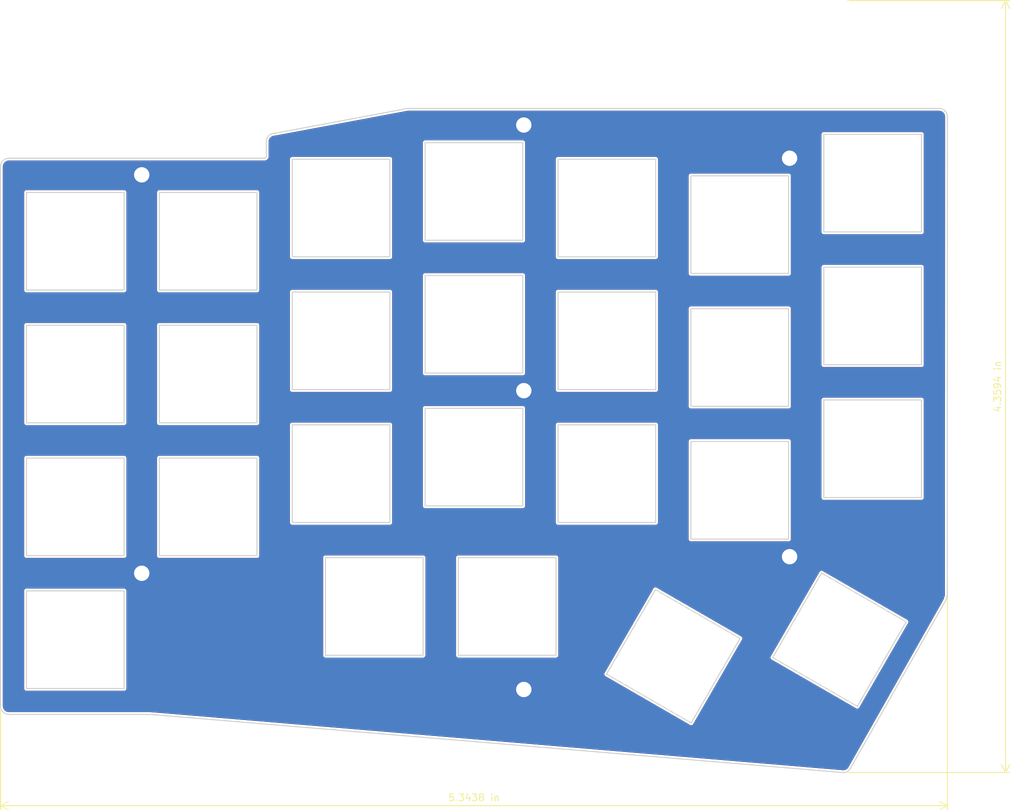
<source format=kicad_pcb>
(kicad_pcb (version 20171130) (host pcbnew "(5.1.0)-1")

  (general
    (thickness 1.6)
    (drawings 25)
    (tracks 0)
    (zones 0)
    (modules 33)
    (nets 2)
  )

  (page A4)
  (layers
    (0 F.Cu signal)
    (31 B.Cu signal)
    (32 B.Adhes user hide)
    (33 F.Adhes user hide)
    (34 B.Paste user hide)
    (35 F.Paste user hide)
    (36 B.SilkS user)
    (37 F.SilkS user)
    (38 B.Mask user)
    (39 F.Mask user)
    (40 Dwgs.User user)
    (41 Cmts.User user hide)
    (42 Eco1.User user)
    (43 Eco2.User user)
    (44 Edge.Cuts user)
    (45 Margin user)
    (46 B.CrtYd user)
    (47 F.CrtYd user)
    (48 B.Fab user hide)
    (49 F.Fab user hide)
  )

  (setup
    (last_trace_width 0.25)
    (trace_clearance 0.2)
    (zone_clearance 0.254)
    (zone_45_only no)
    (trace_min 0.2)
    (via_size 0.8)
    (via_drill 0.4)
    (via_min_size 0.4)
    (via_min_drill 0.3)
    (uvia_size 0.3)
    (uvia_drill 0.1)
    (uvias_allowed no)
    (uvia_min_size 0.2)
    (uvia_min_drill 0.1)
    (edge_width 0.15)
    (segment_width 0.2)
    (pcb_text_width 0.3)
    (pcb_text_size 1.5 1.5)
    (mod_edge_width 0.15)
    (mod_text_size 1 1)
    (mod_text_width 0.15)
    (pad_size 2.4 2.4)
    (pad_drill 2.2)
    (pad_to_mask_clearance 0.051)
    (solder_mask_min_width 0.25)
    (aux_axis_origin 14.68433 13.49361)
    (visible_elements 7FFFFFFF)
    (pcbplotparams
      (layerselection 0x010f0_ffffffff)
      (usegerberextensions true)
      (usegerberattributes false)
      (usegerberadvancedattributes false)
      (creategerberjobfile false)
      (excludeedgelayer true)
      (linewidth 0.100000)
      (plotframeref false)
      (viasonmask false)
      (mode 1)
      (useauxorigin false)
      (hpglpennumber 1)
      (hpglpenspeed 20)
      (hpglpendiameter 15.000000)
      (psnegative false)
      (psa4output false)
      (plotreference true)
      (plotvalue true)
      (plotinvisibletext false)
      (padsonsilk false)
      (subtractmaskfromsilk false)
      (outputformat 1)
      (mirror false)
      (drillshape 0)
      (scaleselection 1)
      (outputdirectory "plots/"))
  )

  (net 0 "")
  (net 1 GND)

  (net_class Default "これはデフォルトのネット クラスです。"
    (clearance 0.2)
    (trace_width 0.25)
    (via_dia 0.8)
    (via_drill 0.4)
    (uvia_dia 0.3)
    (uvia_drill 0.1)
  )

  (net_class DCDC ""
    (clearance 0.2)
    (trace_width 0.4)
    (via_dia 0.8)
    (via_drill 0.4)
    (uvia_dia 0.3)
    (uvia_drill 0.1)
  )

  (net_class Power ""
    (clearance 0.2)
    (trace_width 0.4)
    (via_dia 0.8)
    (via_drill 0.4)
    (uvia_dia 0.3)
    (uvia_drill 0.1)
    (add_net GND)
  )

  (module ex64lib:CPG151101S11_frame (layer F.Cu) (tedit 5CBC9337) (tstamp 5CB1DF97)
    (at 134.9375 123.03125 240)
    (path /5C53B92F)
    (fp_text reference SW32 (at 0 -3.81 240) (layer F.SilkS) hide
      (effects (font (size 1 1) (thickness 0.15)))
    )
    (fp_text value SW_Push (at 0 3 240) (layer F.SilkS) hide
      (effects (font (size 1 1) (thickness 0.15)))
    )
    (fp_line (start -9.4 -9.4) (end 9.4 -9.4) (layer Dwgs.User) (width 0.15))
    (fp_line (start 9.4 -9.4) (end 9.4 9.4) (layer Dwgs.User) (width 0.15))
    (fp_line (start 9.4 9.4) (end -9.4 9.4) (layer Dwgs.User) (width 0.15))
    (fp_line (start -9.4 9.4) (end -9.4 -9.4) (layer Dwgs.User) (width 0.15))
    (fp_line (start -7 -7) (end 7 -7) (layer Edge.Cuts) (width 0.15))
    (fp_line (start 7 -7) (end 7 7) (layer Edge.Cuts) (width 0.15))
    (fp_line (start -7 7) (end 7 7) (layer Edge.Cuts) (width 0.15))
    (fp_line (start -7 -7) (end -7 7) (layer Edge.Cuts) (width 0.15))
  )

  (module ex64lib:CPG151101S11_frame (layer F.Cu) (tedit 5CBC9337) (tstamp 5CB1DD6E)
    (at 101.6 99.21875)
    (path /5C4FEB94)
    (fp_text reference SW25 (at -8.4 0 180) (layer F.SilkS) hide
      (effects (font (size 1 1) (thickness 0.15)))
    )
    (fp_text value SW_Push (at 0 3) (layer F.SilkS) hide
      (effects (font (size 1 1) (thickness 0.15)))
    )
    (fp_line (start -9.4 -9.4) (end 9.4 -9.4) (layer Dwgs.User) (width 0.15))
    (fp_line (start 9.4 -9.4) (end 9.4 9.4) (layer Dwgs.User) (width 0.15))
    (fp_line (start 9.4 9.4) (end -9.4 9.4) (layer Dwgs.User) (width 0.15))
    (fp_line (start -9.4 9.4) (end -9.4 -9.4) (layer Dwgs.User) (width 0.15))
    (fp_line (start -7 -7) (end 7 -7) (layer Edge.Cuts) (width 0.15))
    (fp_line (start 7 -7) (end 7 7) (layer Edge.Cuts) (width 0.15))
    (fp_line (start -7 7) (end 7 7) (layer Edge.Cuts) (width 0.15))
    (fp_line (start -7 -7) (end -7 7) (layer Edge.Cuts) (width 0.15))
  )

  (module ex64lib:CPG151101S11_frame (layer F.Cu) (tedit 5CBC9337) (tstamp 5CB1D7E0)
    (at 25.4 65.88125)
    (path /5C4DFEF5)
    (fp_text reference SW7 (at -8.4 0 180) (layer F.SilkS) hide
      (effects (font (size 1 1) (thickness 0.15)))
    )
    (fp_text value SW_Push (at 0 3) (layer F.SilkS) hide
      (effects (font (size 1 1) (thickness 0.15)))
    )
    (fp_line (start -9.4 -9.4) (end 9.4 -9.4) (layer Dwgs.User) (width 0.15))
    (fp_line (start 9.4 -9.4) (end 9.4 9.4) (layer Dwgs.User) (width 0.15))
    (fp_line (start 9.4 9.4) (end -9.4 9.4) (layer Dwgs.User) (width 0.15))
    (fp_line (start -9.4 9.4) (end -9.4 -9.4) (layer Dwgs.User) (width 0.15))
    (fp_line (start -7 -7) (end 7 -7) (layer Edge.Cuts) (width 0.15))
    (fp_line (start 7 -7) (end 7 7) (layer Edge.Cuts) (width 0.15))
    (fp_line (start -7 7) (end 7 7) (layer Edge.Cuts) (width 0.15))
    (fp_line (start -7 -7) (end -7 7) (layer Edge.Cuts) (width 0.15))
  )

  (module ex64lib:CPG151101S11_frame (layer F.Cu) (tedit 5CBC9337) (tstamp 5CB1D82F)
    (at 44.45 65.88125)
    (path /5C4DFF03)
    (fp_text reference SW8 (at -8.4 0 180) (layer F.SilkS) hide
      (effects (font (size 1 1) (thickness 0.15)))
    )
    (fp_text value SW_Push (at 0 3) (layer F.SilkS) hide
      (effects (font (size 1 1) (thickness 0.15)))
    )
    (fp_line (start -9.4 -9.4) (end 9.4 -9.4) (layer Dwgs.User) (width 0.15))
    (fp_line (start 9.4 -9.4) (end 9.4 9.4) (layer Dwgs.User) (width 0.15))
    (fp_line (start 9.4 9.4) (end -9.4 9.4) (layer Dwgs.User) (width 0.15))
    (fp_line (start -9.4 9.4) (end -9.4 -9.4) (layer Dwgs.User) (width 0.15))
    (fp_line (start -7 -7) (end 7 -7) (layer Edge.Cuts) (width 0.15))
    (fp_line (start 7 -7) (end 7 7) (layer Edge.Cuts) (width 0.15))
    (fp_line (start -7 7) (end 7 7) (layer Edge.Cuts) (width 0.15))
    (fp_line (start -7 -7) (end -7 7) (layer Edge.Cuts) (width 0.15))
  )

  (module ex64lib:CPG151101S11_frame (layer F.Cu) (tedit 5CBC9337) (tstamp 5CB1D87E)
    (at 63.5 61.11875)
    (path /5C4DFF11)
    (fp_text reference SW9 (at -8.4 0 180) (layer F.SilkS) hide
      (effects (font (size 1 1) (thickness 0.15)))
    )
    (fp_text value SW_Push (at 0 3) (layer F.SilkS) hide
      (effects (font (size 1 1) (thickness 0.15)))
    )
    (fp_line (start -9.4 -9.4) (end 9.4 -9.4) (layer Dwgs.User) (width 0.15))
    (fp_line (start 9.4 -9.4) (end 9.4 9.4) (layer Dwgs.User) (width 0.15))
    (fp_line (start 9.4 9.4) (end -9.4 9.4) (layer Dwgs.User) (width 0.15))
    (fp_line (start -9.4 9.4) (end -9.4 -9.4) (layer Dwgs.User) (width 0.15))
    (fp_line (start -7 -7) (end 7 -7) (layer Edge.Cuts) (width 0.15))
    (fp_line (start 7 -7) (end 7 7) (layer Edge.Cuts) (width 0.15))
    (fp_line (start -7 7) (end 7 7) (layer Edge.Cuts) (width 0.15))
    (fp_line (start -7 -7) (end -7 7) (layer Edge.Cuts) (width 0.15))
  )

  (module ex64lib:CPG151101S11_frame (layer F.Cu) (tedit 5CBC9337) (tstamp 5CB1D8CD)
    (at 82.55 58.7375)
    (path /5C4DFF1F)
    (fp_text reference SW10 (at -8.4 0 180) (layer F.SilkS) hide
      (effects (font (size 1 1) (thickness 0.15)))
    )
    (fp_text value SW_Push (at 0 3) (layer F.SilkS) hide
      (effects (font (size 1 1) (thickness 0.15)))
    )
    (fp_line (start -9.4 -9.4) (end 9.4 -9.4) (layer Dwgs.User) (width 0.15))
    (fp_line (start 9.4 -9.4) (end 9.4 9.4) (layer Dwgs.User) (width 0.15))
    (fp_line (start 9.4 9.4) (end -9.4 9.4) (layer Dwgs.User) (width 0.15))
    (fp_line (start -9.4 9.4) (end -9.4 -9.4) (layer Dwgs.User) (width 0.15))
    (fp_line (start -7 -7) (end 7 -7) (layer Edge.Cuts) (width 0.15))
    (fp_line (start 7 -7) (end 7 7) (layer Edge.Cuts) (width 0.15))
    (fp_line (start -7 7) (end 7 7) (layer Edge.Cuts) (width 0.15))
    (fp_line (start -7 -7) (end -7 7) (layer Edge.Cuts) (width 0.15))
  )

  (module ex64lib:CPG151101S11_frame (layer F.Cu) (tedit 5CBC9337) (tstamp 5CB1D91C)
    (at 101.6 61.11875)
    (path /5C4DFF2D)
    (fp_text reference SW11 (at -8.4 0 180) (layer F.SilkS) hide
      (effects (font (size 1 1) (thickness 0.15)))
    )
    (fp_text value SW_Push (at 0 3) (layer F.SilkS) hide
      (effects (font (size 1 1) (thickness 0.15)))
    )
    (fp_line (start -9.4 -9.4) (end 9.4 -9.4) (layer Dwgs.User) (width 0.15))
    (fp_line (start 9.4 -9.4) (end 9.4 9.4) (layer Dwgs.User) (width 0.15))
    (fp_line (start 9.4 9.4) (end -9.4 9.4) (layer Dwgs.User) (width 0.15))
    (fp_line (start -9.4 9.4) (end -9.4 -9.4) (layer Dwgs.User) (width 0.15))
    (fp_line (start -7 -7) (end 7 -7) (layer Edge.Cuts) (width 0.15))
    (fp_line (start 7 -7) (end 7 7) (layer Edge.Cuts) (width 0.15))
    (fp_line (start -7 7) (end 7 7) (layer Edge.Cuts) (width 0.15))
    (fp_line (start -7 -7) (end -7 7) (layer Edge.Cuts) (width 0.15))
  )

  (module ex64lib:CPG151101S11_frame (layer F.Cu) (tedit 5CBC9337) (tstamp 5CB1D96B)
    (at 120.65 63.5)
    (path /5C4DFF3B)
    (fp_text reference SW12 (at -8.4 0 180) (layer F.SilkS) hide
      (effects (font (size 1 1) (thickness 0.15)))
    )
    (fp_text value SW_Push (at 0 3) (layer F.SilkS) hide
      (effects (font (size 1 1) (thickness 0.15)))
    )
    (fp_line (start -9.4 -9.4) (end 9.4 -9.4) (layer Dwgs.User) (width 0.15))
    (fp_line (start 9.4 -9.4) (end 9.4 9.4) (layer Dwgs.User) (width 0.15))
    (fp_line (start 9.4 9.4) (end -9.4 9.4) (layer Dwgs.User) (width 0.15))
    (fp_line (start -9.4 9.4) (end -9.4 -9.4) (layer Dwgs.User) (width 0.15))
    (fp_line (start -7 -7) (end 7 -7) (layer Edge.Cuts) (width 0.15))
    (fp_line (start 7 -7) (end 7 7) (layer Edge.Cuts) (width 0.15))
    (fp_line (start -7 7) (end 7 7) (layer Edge.Cuts) (width 0.15))
    (fp_line (start -7 -7) (end -7 7) (layer Edge.Cuts) (width 0.15))
  )

  (module ex64lib:CPG151101S11_frame (layer F.Cu) (tedit 5CBC9337) (tstamp 5CB9CAC6)
    (at 139.70008 57.54677)
    (path /5C53B8FD)
    (fp_text reference SW13 (at -8.4 0 180) (layer F.SilkS) hide
      (effects (font (size 1 1) (thickness 0.15)))
    )
    (fp_text value SW_Push (at 0 3) (layer F.SilkS) hide
      (effects (font (size 1 1) (thickness 0.15)))
    )
    (fp_line (start -9.4 -9.4) (end 9.4 -9.4) (layer Dwgs.User) (width 0.15))
    (fp_line (start 9.4 -9.4) (end 9.4 9.4) (layer Dwgs.User) (width 0.15))
    (fp_line (start 9.4 9.4) (end -9.4 9.4) (layer Dwgs.User) (width 0.15))
    (fp_line (start -9.4 9.4) (end -9.4 -9.4) (layer Dwgs.User) (width 0.15))
    (fp_line (start -7 -7) (end 7 -7) (layer Edge.Cuts) (width 0.15))
    (fp_line (start 7 -7) (end 7 7) (layer Edge.Cuts) (width 0.15))
    (fp_line (start -7 7) (end 7 7) (layer Edge.Cuts) (width 0.15))
    (fp_line (start -7 -7) (end -7 7) (layer Edge.Cuts) (width 0.15))
  )

  (module ex64lib:CPG151101S11_frame (layer F.Cu) (tedit 5CBC9337) (tstamp 5CB1DA09)
    (at 25.4 84.93125)
    (path /5C4F9B27)
    (fp_text reference SW14 (at -8.4 0 180) (layer F.SilkS) hide
      (effects (font (size 1 1) (thickness 0.15)))
    )
    (fp_text value SW_Push (at 0 3) (layer F.SilkS) hide
      (effects (font (size 1 1) (thickness 0.15)))
    )
    (fp_line (start -9.4 -9.4) (end 9.4 -9.4) (layer Dwgs.User) (width 0.15))
    (fp_line (start 9.4 -9.4) (end 9.4 9.4) (layer Dwgs.User) (width 0.15))
    (fp_line (start 9.4 9.4) (end -9.4 9.4) (layer Dwgs.User) (width 0.15))
    (fp_line (start -9.4 9.4) (end -9.4 -9.4) (layer Dwgs.User) (width 0.15))
    (fp_line (start -7 -7) (end 7 -7) (layer Edge.Cuts) (width 0.15))
    (fp_line (start 7 -7) (end 7 7) (layer Edge.Cuts) (width 0.15))
    (fp_line (start -7 7) (end 7 7) (layer Edge.Cuts) (width 0.15))
    (fp_line (start -7 -7) (end -7 7) (layer Edge.Cuts) (width 0.15))
  )

  (module ex64lib:CPG151101S11_frame (layer F.Cu) (tedit 5CBC9337) (tstamp 5CB1DA58)
    (at 44.45 84.93125)
    (path /5C4F9B35)
    (fp_text reference SW15 (at -8.4 0 180) (layer F.SilkS) hide
      (effects (font (size 1 1) (thickness 0.15)))
    )
    (fp_text value SW_Push (at 0 3) (layer F.SilkS) hide
      (effects (font (size 1 1) (thickness 0.15)))
    )
    (fp_line (start -9.4 -9.4) (end 9.4 -9.4) (layer Dwgs.User) (width 0.15))
    (fp_line (start 9.4 -9.4) (end 9.4 9.4) (layer Dwgs.User) (width 0.15))
    (fp_line (start 9.4 9.4) (end -9.4 9.4) (layer Dwgs.User) (width 0.15))
    (fp_line (start -9.4 9.4) (end -9.4 -9.4) (layer Dwgs.User) (width 0.15))
    (fp_line (start -7 -7) (end 7 -7) (layer Edge.Cuts) (width 0.15))
    (fp_line (start 7 -7) (end 7 7) (layer Edge.Cuts) (width 0.15))
    (fp_line (start -7 7) (end 7 7) (layer Edge.Cuts) (width 0.15))
    (fp_line (start -7 -7) (end -7 7) (layer Edge.Cuts) (width 0.15))
  )

  (module ex64lib:CPG151101S11_frame (layer F.Cu) (tedit 5CBC9337) (tstamp 5CB1DAA7)
    (at 63.5 80.16875)
    (path /5C4F9B43)
    (fp_text reference SW16 (at -8.4 0 180) (layer F.SilkS) hide
      (effects (font (size 1 1) (thickness 0.15)))
    )
    (fp_text value SW_Push (at 0 3) (layer F.SilkS) hide
      (effects (font (size 1 1) (thickness 0.15)))
    )
    (fp_line (start -9.4 -9.4) (end 9.4 -9.4) (layer Dwgs.User) (width 0.15))
    (fp_line (start 9.4 -9.4) (end 9.4 9.4) (layer Dwgs.User) (width 0.15))
    (fp_line (start 9.4 9.4) (end -9.4 9.4) (layer Dwgs.User) (width 0.15))
    (fp_line (start -9.4 9.4) (end -9.4 -9.4) (layer Dwgs.User) (width 0.15))
    (fp_line (start -7 -7) (end 7 -7) (layer Edge.Cuts) (width 0.15))
    (fp_line (start 7 -7) (end 7 7) (layer Edge.Cuts) (width 0.15))
    (fp_line (start -7 7) (end 7 7) (layer Edge.Cuts) (width 0.15))
    (fp_line (start -7 -7) (end -7 7) (layer Edge.Cuts) (width 0.15))
  )

  (module ex64lib:CPG151101S11_frame (layer F.Cu) (tedit 5CBC9337) (tstamp 5CB1DAF6)
    (at 82.55 77.7875)
    (path /5C4F9B51)
    (fp_text reference SW17 (at -8.4 0 180) (layer F.SilkS) hide
      (effects (font (size 1 1) (thickness 0.15)))
    )
    (fp_text value SW_Push (at 0 3) (layer F.SilkS) hide
      (effects (font (size 1 1) (thickness 0.15)))
    )
    (fp_line (start -9.4 -9.4) (end 9.4 -9.4) (layer Dwgs.User) (width 0.15))
    (fp_line (start 9.4 -9.4) (end 9.4 9.4) (layer Dwgs.User) (width 0.15))
    (fp_line (start 9.4 9.4) (end -9.4 9.4) (layer Dwgs.User) (width 0.15))
    (fp_line (start -9.4 9.4) (end -9.4 -9.4) (layer Dwgs.User) (width 0.15))
    (fp_line (start -7 -7) (end 7 -7) (layer Edge.Cuts) (width 0.15))
    (fp_line (start 7 -7) (end 7 7) (layer Edge.Cuts) (width 0.15))
    (fp_line (start -7 7) (end 7 7) (layer Edge.Cuts) (width 0.15))
    (fp_line (start -7 -7) (end -7 7) (layer Edge.Cuts) (width 0.15))
  )

  (module ex64lib:CPG151101S11_frame (layer F.Cu) (tedit 5CBC9337) (tstamp 5CB1DB45)
    (at 101.6 80.16875)
    (path /5C4F9B5F)
    (fp_text reference SW18 (at -8.4 0 180) (layer F.SilkS) hide
      (effects (font (size 1 1) (thickness 0.15)))
    )
    (fp_text value SW_Push (at 0 3) (layer F.SilkS) hide
      (effects (font (size 1 1) (thickness 0.15)))
    )
    (fp_line (start -9.4 -9.4) (end 9.4 -9.4) (layer Dwgs.User) (width 0.15))
    (fp_line (start 9.4 -9.4) (end 9.4 9.4) (layer Dwgs.User) (width 0.15))
    (fp_line (start 9.4 9.4) (end -9.4 9.4) (layer Dwgs.User) (width 0.15))
    (fp_line (start -9.4 9.4) (end -9.4 -9.4) (layer Dwgs.User) (width 0.15))
    (fp_line (start -7 -7) (end 7 -7) (layer Edge.Cuts) (width 0.15))
    (fp_line (start 7 -7) (end 7 7) (layer Edge.Cuts) (width 0.15))
    (fp_line (start -7 7) (end 7 7) (layer Edge.Cuts) (width 0.15))
    (fp_line (start -7 -7) (end -7 7) (layer Edge.Cuts) (width 0.15))
  )

  (module ex64lib:CPG151101S11_frame (layer F.Cu) (tedit 5CBC9337) (tstamp 5CB1DB94)
    (at 120.65 82.55)
    (path /5C4F9B6D)
    (fp_text reference SW19 (at -8.4 0 180) (layer F.SilkS) hide
      (effects (font (size 1 1) (thickness 0.15)))
    )
    (fp_text value SW_Push (at 0 3) (layer F.SilkS) hide
      (effects (font (size 1 1) (thickness 0.15)))
    )
    (fp_line (start -9.4 -9.4) (end 9.4 -9.4) (layer Dwgs.User) (width 0.15))
    (fp_line (start 9.4 -9.4) (end 9.4 9.4) (layer Dwgs.User) (width 0.15))
    (fp_line (start 9.4 9.4) (end -9.4 9.4) (layer Dwgs.User) (width 0.15))
    (fp_line (start -9.4 9.4) (end -9.4 -9.4) (layer Dwgs.User) (width 0.15))
    (fp_line (start -7 -7) (end 7 -7) (layer Edge.Cuts) (width 0.15))
    (fp_line (start 7 -7) (end 7 7) (layer Edge.Cuts) (width 0.15))
    (fp_line (start -7 7) (end 7 7) (layer Edge.Cuts) (width 0.15))
    (fp_line (start -7 -7) (end -7 7) (layer Edge.Cuts) (width 0.15))
  )

  (module ex64lib:CPG151101S11_frame (layer F.Cu) (tedit 5CBC9337) (tstamp 5CB1DBE3)
    (at 139.70008 76.59685)
    (path /5C53B90D)
    (fp_text reference SW20 (at -8.4 0 180) (layer F.SilkS) hide
      (effects (font (size 1 1) (thickness 0.15)))
    )
    (fp_text value SW_Push (at 0 3) (layer F.SilkS) hide
      (effects (font (size 1 1) (thickness 0.15)))
    )
    (fp_line (start -9.4 -9.4) (end 9.4 -9.4) (layer Dwgs.User) (width 0.15))
    (fp_line (start 9.4 -9.4) (end 9.4 9.4) (layer Dwgs.User) (width 0.15))
    (fp_line (start 9.4 9.4) (end -9.4 9.4) (layer Dwgs.User) (width 0.15))
    (fp_line (start -9.4 9.4) (end -9.4 -9.4) (layer Dwgs.User) (width 0.15))
    (fp_line (start -7 -7) (end 7 -7) (layer Edge.Cuts) (width 0.15))
    (fp_line (start 7 -7) (end 7 7) (layer Edge.Cuts) (width 0.15))
    (fp_line (start -7 7) (end 7 7) (layer Edge.Cuts) (width 0.15))
    (fp_line (start -7 -7) (end -7 7) (layer Edge.Cuts) (width 0.15))
  )

  (module ex64lib:CPG151101S11_frame (layer F.Cu) (tedit 5CBC9337) (tstamp 5CB1DC32)
    (at 25.4 103.98125)
    (path /5C4FEB5C)
    (fp_text reference SW21 (at -8.4 0 180) (layer F.SilkS) hide
      (effects (font (size 1 1) (thickness 0.15)))
    )
    (fp_text value SW_Push (at 0 3) (layer F.SilkS) hide
      (effects (font (size 1 1) (thickness 0.15)))
    )
    (fp_line (start -9.4 -9.4) (end 9.4 -9.4) (layer Dwgs.User) (width 0.15))
    (fp_line (start 9.4 -9.4) (end 9.4 9.4) (layer Dwgs.User) (width 0.15))
    (fp_line (start 9.4 9.4) (end -9.4 9.4) (layer Dwgs.User) (width 0.15))
    (fp_line (start -9.4 9.4) (end -9.4 -9.4) (layer Dwgs.User) (width 0.15))
    (fp_line (start -7 -7) (end 7 -7) (layer Edge.Cuts) (width 0.15))
    (fp_line (start 7 -7) (end 7 7) (layer Edge.Cuts) (width 0.15))
    (fp_line (start -7 7) (end 7 7) (layer Edge.Cuts) (width 0.15))
    (fp_line (start -7 -7) (end -7 7) (layer Edge.Cuts) (width 0.15))
  )

  (module ex64lib:CPG151101S11_frame (layer F.Cu) (tedit 5CBC9337) (tstamp 5CB1DC81)
    (at 44.45 103.9813)
    (path /5C4FEB6A)
    (fp_text reference SW22 (at -8.4 0 180) (layer F.SilkS) hide
      (effects (font (size 1 1) (thickness 0.15)))
    )
    (fp_text value SW_Push (at 0 3) (layer F.SilkS) hide
      (effects (font (size 1 1) (thickness 0.15)))
    )
    (fp_line (start -9.4 -9.4) (end 9.4 -9.4) (layer Dwgs.User) (width 0.15))
    (fp_line (start 9.4 -9.4) (end 9.4 9.4) (layer Dwgs.User) (width 0.15))
    (fp_line (start 9.4 9.4) (end -9.4 9.4) (layer Dwgs.User) (width 0.15))
    (fp_line (start -9.4 9.4) (end -9.4 -9.4) (layer Dwgs.User) (width 0.15))
    (fp_line (start -7 -7) (end 7 -7) (layer Edge.Cuts) (width 0.15))
    (fp_line (start 7 -7) (end 7 7) (layer Edge.Cuts) (width 0.15))
    (fp_line (start -7 7) (end 7 7) (layer Edge.Cuts) (width 0.15))
    (fp_line (start -7 -7) (end -7 7) (layer Edge.Cuts) (width 0.15))
  )

  (module ex64lib:CPG151101S11_frame (layer F.Cu) (tedit 5CBC9337) (tstamp 5CB1DCD0)
    (at 63.5 99.2188)
    (path /5C4FEB78)
    (fp_text reference SW23 (at -8.4 0 180) (layer F.SilkS) hide
      (effects (font (size 1 1) (thickness 0.15)))
    )
    (fp_text value SW_Push (at 0 3) (layer F.SilkS) hide
      (effects (font (size 1 1) (thickness 0.15)))
    )
    (fp_line (start -9.4 -9.4) (end 9.4 -9.4) (layer Dwgs.User) (width 0.15))
    (fp_line (start 9.4 -9.4) (end 9.4 9.4) (layer Dwgs.User) (width 0.15))
    (fp_line (start 9.4 9.4) (end -9.4 9.4) (layer Dwgs.User) (width 0.15))
    (fp_line (start -9.4 9.4) (end -9.4 -9.4) (layer Dwgs.User) (width 0.15))
    (fp_line (start -7 -7) (end 7 -7) (layer Edge.Cuts) (width 0.15))
    (fp_line (start 7 -7) (end 7 7) (layer Edge.Cuts) (width 0.15))
    (fp_line (start -7 7) (end 7 7) (layer Edge.Cuts) (width 0.15))
    (fp_line (start -7 -7) (end -7 7) (layer Edge.Cuts) (width 0.15))
  )

  (module ex64lib:CPG151101S11_frame (layer F.Cu) (tedit 5CBC9337) (tstamp 5CB1DD1F)
    (at 82.55 96.8375)
    (path /5C4FEB86)
    (fp_text reference SW24 (at -8.4 0 180) (layer F.SilkS) hide
      (effects (font (size 1 1) (thickness 0.15)))
    )
    (fp_text value SW_Push (at 0 3) (layer F.SilkS) hide
      (effects (font (size 1 1) (thickness 0.15)))
    )
    (fp_line (start -9.4 -9.4) (end 9.4 -9.4) (layer Dwgs.User) (width 0.15))
    (fp_line (start 9.4 -9.4) (end 9.4 9.4) (layer Dwgs.User) (width 0.15))
    (fp_line (start 9.4 9.4) (end -9.4 9.4) (layer Dwgs.User) (width 0.15))
    (fp_line (start -9.4 9.4) (end -9.4 -9.4) (layer Dwgs.User) (width 0.15))
    (fp_line (start -7 -7) (end 7 -7) (layer Edge.Cuts) (width 0.15))
    (fp_line (start 7 -7) (end 7 7) (layer Edge.Cuts) (width 0.15))
    (fp_line (start -7 7) (end 7 7) (layer Edge.Cuts) (width 0.15))
    (fp_line (start -7 -7) (end -7 7) (layer Edge.Cuts) (width 0.15))
  )

  (module ex64lib:CPG151101S11_frame (layer F.Cu) (tedit 5CBC9337) (tstamp 5CB1DDBD)
    (at 120.65 101.6)
    (path /5C4FEBA2)
    (fp_text reference SW26 (at -8.4 0 180) (layer F.SilkS) hide
      (effects (font (size 1 1) (thickness 0.15)))
    )
    (fp_text value SW_Push (at 0 3) (layer F.SilkS) hide
      (effects (font (size 1 1) (thickness 0.15)))
    )
    (fp_line (start -9.4 -9.4) (end 9.4 -9.4) (layer Dwgs.User) (width 0.15))
    (fp_line (start 9.4 -9.4) (end 9.4 9.4) (layer Dwgs.User) (width 0.15))
    (fp_line (start 9.4 9.4) (end -9.4 9.4) (layer Dwgs.User) (width 0.15))
    (fp_line (start -9.4 9.4) (end -9.4 -9.4) (layer Dwgs.User) (width 0.15))
    (fp_line (start -7 -7) (end 7 -7) (layer Edge.Cuts) (width 0.15))
    (fp_line (start 7 -7) (end 7 7) (layer Edge.Cuts) (width 0.15))
    (fp_line (start -7 7) (end 7 7) (layer Edge.Cuts) (width 0.15))
    (fp_line (start -7 -7) (end -7 7) (layer Edge.Cuts) (width 0.15))
  )

  (module ex64lib:CPG151101S11_frame (layer F.Cu) (tedit 5CBC9337) (tstamp 5CB1DE0C)
    (at 139.70008 95.64693)
    (path /5C53B91F)
    (fp_text reference SW27 (at -8.4 0 180) (layer F.SilkS) hide
      (effects (font (size 1 1) (thickness 0.15)))
    )
    (fp_text value SW_Push (at 0 3) (layer F.SilkS) hide
      (effects (font (size 1 1) (thickness 0.15)))
    )
    (fp_line (start -9.4 -9.4) (end 9.4 -9.4) (layer Dwgs.User) (width 0.15))
    (fp_line (start 9.4 -9.4) (end 9.4 9.4) (layer Dwgs.User) (width 0.15))
    (fp_line (start 9.4 9.4) (end -9.4 9.4) (layer Dwgs.User) (width 0.15))
    (fp_line (start -9.4 9.4) (end -9.4 -9.4) (layer Dwgs.User) (width 0.15))
    (fp_line (start -7 -7) (end 7 -7) (layer Edge.Cuts) (width 0.15))
    (fp_line (start 7 -7) (end 7 7) (layer Edge.Cuts) (width 0.15))
    (fp_line (start -7 7) (end 7 7) (layer Edge.Cuts) (width 0.15))
    (fp_line (start -7 -7) (end -7 7) (layer Edge.Cuts) (width 0.15))
  )

  (module ex64lib:CPG151101S11_frame (layer F.Cu) (tedit 5CBC9337) (tstamp 5CB1DE5B)
    (at 25.4 123.03125)
    (path /5C4FEBC2)
    (fp_text reference SW28 (at -8.4 0 180) (layer F.SilkS) hide
      (effects (font (size 1 1) (thickness 0.15)))
    )
    (fp_text value SW_Push (at 0 3) (layer F.SilkS) hide
      (effects (font (size 1 1) (thickness 0.15)))
    )
    (fp_line (start -9.4 -9.4) (end 9.4 -9.4) (layer Dwgs.User) (width 0.15))
    (fp_line (start 9.4 -9.4) (end 9.4 9.4) (layer Dwgs.User) (width 0.15))
    (fp_line (start 9.4 9.4) (end -9.4 9.4) (layer Dwgs.User) (width 0.15))
    (fp_line (start -9.4 9.4) (end -9.4 -9.4) (layer Dwgs.User) (width 0.15))
    (fp_line (start -7 -7) (end 7 -7) (layer Edge.Cuts) (width 0.15))
    (fp_line (start 7 -7) (end 7 7) (layer Edge.Cuts) (width 0.15))
    (fp_line (start -7 7) (end 7 7) (layer Edge.Cuts) (width 0.15))
    (fp_line (start -7 -7) (end -7 7) (layer Edge.Cuts) (width 0.15))
  )

  (module ex64lib:CPG151101S11_frame (layer F.Cu) (tedit 5CBC9337) (tstamp 5CB1DEAA)
    (at 68.2625 118.26875)
    (path /5C4FEBDE)
    (fp_text reference SW29 (at -8.4 0 180) (layer F.SilkS) hide
      (effects (font (size 1 1) (thickness 0.15)))
    )
    (fp_text value SW_Push (at 0 3) (layer F.SilkS) hide
      (effects (font (size 1 1) (thickness 0.15)))
    )
    (fp_line (start -9.4 -9.4) (end 9.4 -9.4) (layer Dwgs.User) (width 0.15))
    (fp_line (start 9.4 -9.4) (end 9.4 9.4) (layer Dwgs.User) (width 0.15))
    (fp_line (start 9.4 9.4) (end -9.4 9.4) (layer Dwgs.User) (width 0.15))
    (fp_line (start -9.4 9.4) (end -9.4 -9.4) (layer Dwgs.User) (width 0.15))
    (fp_line (start -7 -7) (end 7 -7) (layer Edge.Cuts) (width 0.15))
    (fp_line (start 7 -7) (end 7 7) (layer Edge.Cuts) (width 0.15))
    (fp_line (start -7 7) (end 7 7) (layer Edge.Cuts) (width 0.15))
    (fp_line (start -7 -7) (end -7 7) (layer Edge.Cuts) (width 0.15))
  )

  (module ex64lib:CPG151101S11_frame (layer F.Cu) (tedit 5CBC9337) (tstamp 5CB1DEF9)
    (at 87.3125 118.26875)
    (path /5C4FEBEC)
    (fp_text reference SW30 (at -8.4 0 180) (layer F.SilkS) hide
      (effects (font (size 1 1) (thickness 0.15)))
    )
    (fp_text value SW_Push (at 0 3) (layer F.SilkS) hide
      (effects (font (size 1 1) (thickness 0.15)))
    )
    (fp_line (start -9.4 -9.4) (end 9.4 -9.4) (layer Dwgs.User) (width 0.15))
    (fp_line (start 9.4 -9.4) (end 9.4 9.4) (layer Dwgs.User) (width 0.15))
    (fp_line (start 9.4 9.4) (end -9.4 9.4) (layer Dwgs.User) (width 0.15))
    (fp_line (start -9.4 9.4) (end -9.4 -9.4) (layer Dwgs.User) (width 0.15))
    (fp_line (start -7 -7) (end 7 -7) (layer Edge.Cuts) (width 0.15))
    (fp_line (start 7 -7) (end 7 7) (layer Edge.Cuts) (width 0.15))
    (fp_line (start -7 7) (end 7 7) (layer Edge.Cuts) (width 0.15))
    (fp_line (start -7 -7) (end -7 7) (layer Edge.Cuts) (width 0.15))
  )

  (module ex64lib:CPG151101S11_frame (layer F.Cu) (tedit 5CBC9337) (tstamp 5CB1DF48)
    (at 111.125 125.4125 330)
    (path /5C4FEC08)
    (fp_text reference SW31 (at -8.4 0 150) (layer F.SilkS) hide
      (effects (font (size 1 1) (thickness 0.15)))
    )
    (fp_text value SW_Push (at 0 3 330) (layer F.SilkS) hide
      (effects (font (size 1 1) (thickness 0.15)))
    )
    (fp_line (start -9.4 -9.4) (end 9.4 -9.4) (layer Dwgs.User) (width 0.15))
    (fp_line (start 9.4 -9.4) (end 9.4 9.4) (layer Dwgs.User) (width 0.15))
    (fp_line (start 9.4 9.4) (end -9.4 9.4) (layer Dwgs.User) (width 0.15))
    (fp_line (start -9.4 9.4) (end -9.4 -9.4) (layer Dwgs.User) (width 0.15))
    (fp_line (start -7 -7) (end 7 -7) (layer Edge.Cuts) (width 0.15))
    (fp_line (start 7 -7) (end 7 7) (layer Edge.Cuts) (width 0.15))
    (fp_line (start -7 7) (end 7 7) (layer Edge.Cuts) (width 0.15))
    (fp_line (start -7 -7) (end -7 7) (layer Edge.Cuts) (width 0.15))
  )

  (module ex64lib:HOLE_M2 (layer F.Cu) (tedit 5CBC95FE) (tstamp 5CB1D585)
    (at 34.925 56.3563)
    (path /5C42C025)
    (fp_text reference H1 (at 0 -2.54) (layer F.SilkS) hide
      (effects (font (size 0.29972 0.29972) (thickness 0.0762)))
    )
    (fp_text value MountingHole (at 0 2.54) (layer F.SilkS) hide
      (effects (font (size 0.29972 0.29972) (thickness 0.0762)))
    )
    (pad "" thru_hole circle (at 0 0) (size 2.4 2.4) (drill 2.2) (layers *.Cu *.Mask)
      (net 1 GND) (clearance 0.8))
  )

  (module ex64lib:HOLE_M2 (layer F.Cu) (tedit 5CBC960B) (tstamp 5CB1D589)
    (at 34.925 113.5063)
    (path /5C42C296)
    (fp_text reference H2 (at 0 -2.54) (layer F.SilkS) hide
      (effects (font (size 0.29972 0.29972) (thickness 0.0762)))
    )
    (fp_text value MountingHole (at 0 2.54) (layer F.SilkS) hide
      (effects (font (size 0.29972 0.29972) (thickness 0.0762)))
    )
    (pad "" thru_hole circle (at 0 0) (size 2.4 2.4) (drill 2.2) (layers *.Cu *.Mask)
      (net 1 GND) (clearance 0.8))
  )

  (module ex64lib:HOLE_M2 (layer F.Cu) (tedit 5CBC9624) (tstamp 5CB1D591)
    (at 89.69375 87.3125)
    (path /5C42C4B0)
    (fp_text reference H4 (at 0 -2.54) (layer F.SilkS) hide
      (effects (font (size 0.29972 0.29972) (thickness 0.0762)))
    )
    (fp_text value MountingHole (at 0 2.54) (layer F.SilkS) hide
      (effects (font (size 0.29972 0.29972) (thickness 0.0762)))
    )
    (pad "" thru_hole circle (at 0 0) (size 2.4 2.4) (drill 2.2) (layers *.Cu *.Mask)
      (net 1 GND) (clearance 0.8))
  )

  (module ex64lib:HOLE_M2 (layer F.Cu) (tedit 5CBC9664) (tstamp 5CB1D595)
    (at 89.69375 130.175)
    (path /5C42C6CC)
    (fp_text reference H5 (at 0 -2.54) (layer F.SilkS) hide
      (effects (font (size 0.29972 0.29972) (thickness 0.0762)))
    )
    (fp_text value MountingHole (at 0 2.54) (layer F.SilkS) hide
      (effects (font (size 0.29972 0.29972) (thickness 0.0762)))
    )
    (pad "" thru_hole circle (at 0 0) (size 2.4 2.4) (drill 2.2) (layers *.Cu *.Mask)
      (net 1 GND) (clearance 0.8))
  )

  (module ex64lib:HOLE_M2 (layer F.Cu) (tedit 5CBC9652) (tstamp 5CB1D599)
    (at 127.79375 53.975)
    (path /5C42C7AE)
    (fp_text reference H6 (at 0 -2.54) (layer F.SilkS) hide
      (effects (font (size 0.29972 0.29972) (thickness 0.0762)))
    )
    (fp_text value MountingHole (at 0 2.54) (layer F.SilkS) hide
      (effects (font (size 0.29972 0.29972) (thickness 0.0762)))
    )
    (pad "" thru_hole circle (at 0 0) (size 2.4 2.4) (drill 2.2) (layers *.Cu *.Mask)
      (net 1 GND) (clearance 0.8))
  )

  (module ex64lib:HOLE_M2 (layer F.Cu) (tedit 5CBC965C) (tstamp 5CB1D59D)
    (at 127.79375 111.125)
    (path /5C43AD5B)
    (fp_text reference H7 (at 0 -2.54) (layer F.SilkS) hide
      (effects (font (size 0.29972 0.29972) (thickness 0.0762)))
    )
    (fp_text value MountingHole (at 0 2.54) (layer F.SilkS) hide
      (effects (font (size 0.29972 0.29972) (thickness 0.0762)))
    )
    (pad "" thru_hole circle (at 0 0) (size 2.4 2.4) (drill 2.2) (layers *.Cu *.Mask)
      (net 1 GND) (clearance 0.8))
  )

  (module ex64lib:HOLE_M2 (layer F.Cu) (tedit 5CBC9637) (tstamp 5CB1D58D)
    (at 89.69375 49.2125)
    (path /5C42C3A0)
    (fp_text reference H3 (at 0 -2.54) (layer F.SilkS) hide
      (effects (font (size 0.29972 0.29972) (thickness 0.0762)))
    )
    (fp_text value MountingHole (at 0 2.54) (layer F.SilkS) hide
      (effects (font (size 0.29972 0.29972) (thickness 0.0762)))
    )
    (pad "" thru_hole circle (at 0 0) (size 2.4 2.4) (drill 2.2) (layers *.Cu *.Mask)
      (net 1 GND) (clearance 0.8))
  )

  (gr_text ON (at 77.7875 30.1625) (layer B.Paste)
    (effects (font (size 1 1) (thickness 0.15)))
  )
  (gr_line (start 14.684375 132.55625) (end 14.684375 55.165625) (layer Edge.Cuts) (width 0.15) (tstamp 5CBC9A3D))
  (gr_line (start 150.415625 48.021875) (end 150.393925 116.686805) (layer Edge.Cuts) (width 0.15) (tstamp 5CBBC676))
  (gr_arc (start 149.225 48.021875) (end 150.415625 48.021875) (angle -90) (layer Edge.Cuts) (width 0.15))
  (gr_line (start 135.382 142.08125) (end 36.115625 133.746875) (layer Eco2.User) (width 0.15) (tstamp 5CB7F75E))
  (gr_line (start 149.86 117.951249) (end 136.483855 141.548359) (layer Eco2.User) (width 0.15) (tstamp 5CB7F75D))
  (gr_arc (start 135.508999 140.938251) (end 135.382 142.08125) (angle -64.3) (layer Eco2.User) (width 0.15) (tstamp 5CB7F75A))
  (gr_line (start 15.875 133.746875) (end 36.115625 133.746875) (layer Eco2.User) (width 0.15))
  (gr_arc (start 15.875 132.55625) (end 14.684375 132.55625) (angle -90) (layer Eco2.User) (width 0.15))
  (gr_arc (start 146.812001 115.91925) (end 149.86 117.951249) (angle -21.6) (layer Eco2.User) (width 0.15) (tstamp 5CB7F748))
  (dimension 135.73125 (width 0.15) (layer F.SilkS)
    (gr_text "135.731 mm" (at 82.55 148.14375) (layer F.SilkS)
      (effects (font (size 1 1) (thickness 0.15)))
    )
    (feature1 (pts (xy 14.684375 114.696875) (xy 14.684375 147.430171)))
    (feature2 (pts (xy 150.415625 114.696875) (xy 150.415625 147.430171)))
    (crossbar (pts (xy 150.415625 146.84375) (xy 14.684375 146.84375)))
    (arrow1a (pts (xy 14.684375 146.84375) (xy 15.810879 146.257329)))
    (arrow1b (pts (xy 14.684375 146.84375) (xy 15.810879 147.430171)))
    (arrow2a (pts (xy 150.415625 146.84375) (xy 149.289121 146.257329)))
    (arrow2b (pts (xy 150.415625 146.84375) (xy 149.289121 147.430171)))
  )
  (dimension 110.728125 (width 0.15) (layer F.SilkS)
    (gr_text "110.728 mm" (at 160.05 86.717187 90) (layer F.SilkS)
      (effects (font (size 1 1) (thickness 0.15)))
    )
    (feature1 (pts (xy 136.128125 31.353125) (xy 159.336421 31.353125)))
    (feature2 (pts (xy 136.128125 142.08125) (xy 159.336421 142.08125)))
    (crossbar (pts (xy 158.75 142.08125) (xy 158.75 31.353125)))
    (arrow1a (pts (xy 158.75 31.353125) (xy 159.336421 32.479629)))
    (arrow1b (pts (xy 158.75 31.353125) (xy 158.163579 32.479629)))
    (arrow2a (pts (xy 158.75 142.08125) (xy 159.336421 140.954746)))
    (arrow2b (pts (xy 158.75 142.08125) (xy 158.163579 140.954746)))
  )
  (gr_arc (start 52.530375 53.721) (end 52.530375 53.975) (angle -90) (layer Edge.Cuts) (width 0.15))
  (gr_arc (start 53.975 51.59375) (end 53.975 50.403125) (angle -90) (layer Edge.Cuts) (width 0.15))
  (gr_arc (start 15.875 55.165625) (end 15.875 53.975) (angle -90) (layer Edge.Cuts) (width 0.15))
  (gr_line (start 52.530375 53.975) (end 15.875 53.975) (layer Edge.Cuts) (width 0.15))
  (gr_line (start 52.784375 51.59375) (end 52.784375 53.721) (layer Edge.Cuts) (width 0.15))
  (gr_line (start 73.025 46.83125) (end 53.975 50.403125) (layer Edge.Cuts) (width 0.15))
  (gr_line (start 149.225 46.83125) (end 73.025 46.83125) (layer Edge.Cuts) (width 0.15))
  (gr_arc (start 146.812001 115.91925) (end 149.86 117.951249) (angle -21.59530611) (layer Edge.Cuts) (width 0.15))
  (gr_arc (start 135.508999 140.938251) (end 135.382 142.08125) (angle -64.33483042) (layer Edge.Cuts) (width 0.15))
  (gr_arc (start 15.875 132.55625) (end 14.684375 132.55625) (angle -90) (layer Edge.Cuts) (width 0.15))
  (gr_line (start 136.484226 141.547766) (end 149.86 117.95125) (layer Edge.Cuts) (width 0.15))
  (gr_line (start 36.115625 133.746875) (end 135.382 142.08125) (layer Edge.Cuts) (width 0.15))
  (gr_line (start 15.875 133.746875) (end 36.115625 133.746875) (layer Edge.Cuts) (width 0.15))

  (zone (net 1) (net_name GND) (layer F.Cu) (tstamp 0) (hatch edge 0.508)
    (connect_pads yes (clearance 0.254))
    (min_thickness 0.254)
    (fill yes (arc_segments 32) (thermal_gap 0.508) (thermal_bridge_width 0.508))
    (polygon
      (pts
        (xy 14.684375 133.746875) (xy 14.684375 53.975) (xy 52.784375 53.975) (xy 52.784375 50.403125) (xy 73.025 46.83125)
        (xy 150.415625 46.83125) (xy 150.415625 117.078125) (xy 136.128125 142.08125) (xy 36.115625 133.746875)
      )
    )
    (filled_polygon
      (pts
        (xy 149.367265 47.303386) (xy 149.504111 47.344702) (xy 149.630326 47.411812) (xy 149.741102 47.502159) (xy 149.832218 47.6123)
        (xy 149.900207 47.738043) (xy 149.942479 47.874599) (xy 149.959621 48.037698) (xy 149.937947 116.615757) (xy 149.755296 117.188261)
        (xy 149.461232 117.730032) (xy 136.103369 141.29495) (xy 136.01329 141.411898) (xy 135.911686 141.50083) (xy 135.794747 141.568329)
        (xy 135.666919 141.611832) (xy 135.52738 141.630438) (xy 135.409754 141.625975) (xy 36.157058 133.29275) (xy 36.138024 133.290875)
        (xy 36.13473 133.290875) (xy 36.131455 133.2906) (xy 36.112373 133.290875) (xy 15.897304 133.290875) (xy 15.732735 133.274739)
        (xy 15.595888 133.233423) (xy 15.469675 133.166314) (xy 15.358898 133.075966) (xy 15.267782 132.965825) (xy 15.199793 132.840083)
        (xy 15.157521 132.703526) (xy 15.140375 132.540388) (xy 15.140375 116.03125) (xy 17.941794 116.03125) (xy 17.944 116.053649)
        (xy 17.944001 130.008841) (xy 17.941794 130.03125) (xy 17.950598 130.120642) (xy 17.976673 130.206598) (xy 18.019016 130.285816)
        (xy 18.075999 130.355251) (xy 18.145434 130.412234) (xy 18.224652 130.454577) (xy 18.310608 130.480652) (xy 18.377601 130.48725)
        (xy 18.4 130.489456) (xy 18.422399 130.48725) (xy 32.377601 130.48725) (xy 32.4 130.489456) (xy 32.489392 130.480652)
        (xy 32.575348 130.454577) (xy 32.654566 130.412234) (xy 32.724001 130.355251) (xy 32.780984 130.285816) (xy 32.823327 130.206598)
        (xy 32.849402 130.120642) (xy 32.856 130.053649) (xy 32.858206 130.03125) (xy 32.856 130.008851) (xy 32.856 128.004646)
        (xy 101.105598 128.004646) (xy 101.120229 128.09327) (xy 101.15187 128.177336) (xy 101.199303 128.253615) (xy 101.260706 128.319175)
        (xy 101.315424 128.358386) (xy 101.315429 128.358389) (xy 101.33372 128.371496) (xy 101.354217 128.380783) (xy 113.439783 135.358387)
        (xy 113.458076 135.371496) (xy 113.478575 135.380784) (xy 113.539892 135.408567) (xy 113.62737 135.428963) (xy 113.717146 135.431902)
        (xy 113.80577 135.417271) (xy 113.889836 135.38563) (xy 113.966115 135.338197) (xy 114.031675 135.276794) (xy 114.070886 135.222076)
        (xy 114.070892 135.222066) (xy 114.083995 135.20378) (xy 114.09328 135.183289) (xy 119.612685 125.623396) (xy 124.918098 125.623396)
        (xy 124.932729 125.71202) (xy 124.96437 125.796086) (xy 125.011803 125.872365) (xy 125.073206 125.937925) (xy 125.127924 125.977136)
        (xy 125.127929 125.977139) (xy 125.14622 125.990246) (xy 125.166717 125.999533) (xy 137.252283 132.977137) (xy 137.270576 132.990246)
        (xy 137.291075 132.999534) (xy 137.352392 133.027317) (xy 137.43987 133.047713) (xy 137.529646 133.050652) (xy 137.61827 133.036021)
        (xy 137.702336 133.00438) (xy 137.778615 132.956947) (xy 137.844175 132.895544) (xy 137.883386 132.840826) (xy 137.883392 132.840816)
        (xy 137.896495 132.82253) (xy 137.90578 132.802039) (xy 144.88339 120.716462) (xy 144.896495 120.698174) (xy 144.905781 120.677681)
        (xy 144.905784 120.677675) (xy 144.933567 120.616358) (xy 144.953963 120.52888) (xy 144.956902 120.439104) (xy 144.942271 120.35048)
        (xy 144.91063 120.266414) (xy 144.91063 120.266413) (xy 144.863197 120.190133) (xy 144.801794 120.124574) (xy 144.747075 120.085363)
        (xy 144.747063 120.085356) (xy 144.72878 120.072255) (xy 144.708293 120.062972) (xy 132.622713 113.08536) (xy 132.604424 113.072255)
        (xy 132.58393 113.062969) (xy 132.583923 113.062965) (xy 132.522607 113.035183) (xy 132.435129 113.014787) (xy 132.345354 113.011848)
        (xy 132.345353 113.011848) (xy 132.256729 113.026479) (xy 132.172663 113.05812) (xy 132.096383 113.105553) (xy 132.030824 113.166956)
        (xy 131.991613 113.221675) (xy 131.991609 113.221682) (xy 131.978504 113.23997) (xy 131.969219 113.260463) (xy 124.991613 125.346032)
        (xy 124.978504 125.364326) (xy 124.941433 125.446143) (xy 124.921037 125.533621) (xy 124.918098 125.623396) (xy 119.612685 125.623396)
        (xy 121.07089 123.097712) (xy 121.083995 123.079424) (xy 121.093281 123.058931) (xy 121.093284 123.058925) (xy 121.121067 122.997608)
        (xy 121.141463 122.91013) (xy 121.144402 122.820354) (xy 121.129771 122.73173) (xy 121.09813 122.647664) (xy 121.09813 122.647663)
        (xy 121.050697 122.571383) (xy 120.989294 122.505824) (xy 120.934575 122.466613) (xy 120.934563 122.466606) (xy 120.91628 122.453505)
        (xy 120.895793 122.444222) (xy 108.810213 115.46661) (xy 108.791924 115.453505) (xy 108.77143 115.444219) (xy 108.771423 115.444215)
        (xy 108.710107 115.416433) (xy 108.622629 115.396037) (xy 108.532854 115.393098) (xy 108.532853 115.393098) (xy 108.444229 115.407729)
        (xy 108.360163 115.43937) (xy 108.283883 115.486803) (xy 108.218324 115.548206) (xy 108.179113 115.602925) (xy 108.179109 115.602932)
        (xy 108.166004 115.62122) (xy 108.156719 115.641713) (xy 101.179113 127.727282) (xy 101.166004 127.745576) (xy 101.128933 127.827393)
        (xy 101.108537 127.914871) (xy 101.105598 128.004646) (xy 32.856 128.004646) (xy 32.856 116.053649) (xy 32.858206 116.03125)
        (xy 32.849402 115.941858) (xy 32.823327 115.855902) (xy 32.780984 115.776684) (xy 32.724001 115.707249) (xy 32.654566 115.650266)
        (xy 32.575348 115.607923) (xy 32.489392 115.581848) (xy 32.422399 115.57525) (xy 32.4 115.573044) (xy 32.377601 115.57525)
        (xy 18.422399 115.57525) (xy 18.4 115.573044) (xy 18.377601 115.57525) (xy 18.310608 115.581848) (xy 18.224652 115.607923)
        (xy 18.145434 115.650266) (xy 18.075999 115.707249) (xy 18.019016 115.776684) (xy 17.976673 115.855902) (xy 17.950598 115.941858)
        (xy 17.941794 116.03125) (xy 15.140375 116.03125) (xy 15.140375 96.98125) (xy 17.941794 96.98125) (xy 17.944 97.003649)
        (xy 17.944001 110.958841) (xy 17.941794 110.98125) (xy 17.950598 111.070642) (xy 17.976673 111.156598) (xy 18.019016 111.235816)
        (xy 18.075999 111.305251) (xy 18.145434 111.362234) (xy 18.224652 111.404577) (xy 18.310608 111.430652) (xy 18.377601 111.43725)
        (xy 18.4 111.439456) (xy 18.422399 111.43725) (xy 32.377601 111.43725) (xy 32.4 111.439456) (xy 32.489392 111.430652)
        (xy 32.575348 111.404577) (xy 32.654566 111.362234) (xy 32.724001 111.305251) (xy 32.780984 111.235816) (xy 32.823327 111.156598)
        (xy 32.849402 111.070642) (xy 32.856 111.003649) (xy 32.858206 110.98125) (xy 32.856 110.958851) (xy 32.856 97.003649)
        (xy 32.858201 96.9813) (xy 36.991794 96.9813) (xy 36.994 97.003699) (xy 36.994001 110.958891) (xy 36.991794 110.9813)
        (xy 37.000598 111.070692) (xy 37.026673 111.156648) (xy 37.069016 111.235866) (xy 37.125999 111.305301) (xy 37.195434 111.362284)
        (xy 37.274652 111.404627) (xy 37.360608 111.430702) (xy 37.427601 111.4373) (xy 37.45 111.439506) (xy 37.472399 111.4373)
        (xy 51.427601 111.4373) (xy 51.45 111.439506) (xy 51.472907 111.43725) (xy 51.539392 111.430702) (xy 51.625348 111.404627)
        (xy 51.704566 111.362284) (xy 51.774001 111.305301) (xy 51.803997 111.26875) (xy 60.804294 111.26875) (xy 60.8065 111.291149)
        (xy 60.806501 125.246341) (xy 60.804294 125.26875) (xy 60.813098 125.358142) (xy 60.839173 125.444098) (xy 60.881516 125.523316)
        (xy 60.938499 125.592751) (xy 61.007934 125.649734) (xy 61.087152 125.692077) (xy 61.173108 125.718152) (xy 61.240101 125.72475)
        (xy 61.2625 125.726956) (xy 61.284899 125.72475) (xy 75.240101 125.72475) (xy 75.2625 125.726956) (xy 75.351892 125.718152)
        (xy 75.437848 125.692077) (xy 75.517066 125.649734) (xy 75.586501 125.592751) (xy 75.643484 125.523316) (xy 75.685827 125.444098)
        (xy 75.711902 125.358142) (xy 75.7185 125.291149) (xy 75.720706 125.26875) (xy 75.7185 125.246351) (xy 75.7185 111.291149)
        (xy 75.720706 111.26875) (xy 79.854294 111.26875) (xy 79.8565 111.291149) (xy 79.856501 125.246341) (xy 79.854294 125.26875)
        (xy 79.863098 125.358142) (xy 79.889173 125.444098) (xy 79.931516 125.523316) (xy 79.988499 125.592751) (xy 80.057934 125.649734)
        (xy 80.137152 125.692077) (xy 80.223108 125.718152) (xy 80.290101 125.72475) (xy 80.3125 125.726956) (xy 80.334899 125.72475)
        (xy 94.290101 125.72475) (xy 94.3125 125.726956) (xy 94.401892 125.718152) (xy 94.487848 125.692077) (xy 94.567066 125.649734)
        (xy 94.636501 125.592751) (xy 94.693484 125.523316) (xy 94.735827 125.444098) (xy 94.761902 125.358142) (xy 94.7685 125.291149)
        (xy 94.770706 125.26875) (xy 94.7685 125.246351) (xy 94.7685 111.291149) (xy 94.770706 111.26875) (xy 94.761902 111.179358)
        (xy 94.735827 111.093402) (xy 94.693484 111.014184) (xy 94.636501 110.944749) (xy 94.567066 110.887766) (xy 94.487848 110.845423)
        (xy 94.401892 110.819348) (xy 94.334899 110.81275) (xy 94.3125 110.810544) (xy 94.290101 110.81275) (xy 80.334899 110.81275)
        (xy 80.3125 110.810544) (xy 80.290101 110.81275) (xy 80.223108 110.819348) (xy 80.137152 110.845423) (xy 80.057934 110.887766)
        (xy 79.988499 110.944749) (xy 79.931516 111.014184) (xy 79.889173 111.093402) (xy 79.863098 111.179358) (xy 79.854294 111.26875)
        (xy 75.720706 111.26875) (xy 75.711902 111.179358) (xy 75.685827 111.093402) (xy 75.643484 111.014184) (xy 75.586501 110.944749)
        (xy 75.517066 110.887766) (xy 75.437848 110.845423) (xy 75.351892 110.819348) (xy 75.284899 110.81275) (xy 75.2625 110.810544)
        (xy 75.240101 110.81275) (xy 61.284899 110.81275) (xy 61.2625 110.810544) (xy 61.240101 110.81275) (xy 61.173108 110.819348)
        (xy 61.087152 110.845423) (xy 61.007934 110.887766) (xy 60.938499 110.944749) (xy 60.881516 111.014184) (xy 60.839173 111.093402)
        (xy 60.813098 111.179358) (xy 60.804294 111.26875) (xy 51.803997 111.26875) (xy 51.830984 111.235866) (xy 51.873327 111.156648)
        (xy 51.899402 111.070692) (xy 51.908206 110.9813) (xy 51.906 110.958901) (xy 51.906 97.003699) (xy 51.908206 96.9813)
        (xy 51.899402 96.891908) (xy 51.873327 96.805952) (xy 51.830984 96.726734) (xy 51.774001 96.657299) (xy 51.704566 96.600316)
        (xy 51.625348 96.557973) (xy 51.539392 96.531898) (xy 51.472399 96.5253) (xy 51.45 96.523094) (xy 51.427601 96.5253)
        (xy 37.472399 96.5253) (xy 37.45 96.523094) (xy 37.427601 96.5253) (xy 37.360608 96.531898) (xy 37.274652 96.557973)
        (xy 37.195434 96.600316) (xy 37.125999 96.657299) (xy 37.069016 96.726734) (xy 37.026673 96.805952) (xy 37.000598 96.891908)
        (xy 36.991794 96.9813) (xy 32.858201 96.9813) (xy 32.858206 96.98125) (xy 32.849402 96.891858) (xy 32.823327 96.805902)
        (xy 32.780984 96.726684) (xy 32.724001 96.657249) (xy 32.654566 96.600266) (xy 32.575348 96.557923) (xy 32.489392 96.531848)
        (xy 32.422399 96.52525) (xy 32.4 96.523044) (xy 32.377601 96.52525) (xy 18.422399 96.52525) (xy 18.4 96.523044)
        (xy 18.377601 96.52525) (xy 18.310608 96.531848) (xy 18.224652 96.557923) (xy 18.145434 96.600266) (xy 18.075999 96.657249)
        (xy 18.019016 96.726684) (xy 17.976673 96.805902) (xy 17.950598 96.891858) (xy 17.941794 96.98125) (xy 15.140375 96.98125)
        (xy 15.140375 77.93125) (xy 17.941794 77.93125) (xy 17.944 77.953649) (xy 17.944001 91.908841) (xy 17.941794 91.93125)
        (xy 17.950598 92.020642) (xy 17.976673 92.106598) (xy 18.019016 92.185816) (xy 18.075999 92.255251) (xy 18.145434 92.312234)
        (xy 18.224652 92.354577) (xy 18.310608 92.380652) (xy 18.377601 92.38725) (xy 18.4 92.389456) (xy 18.422399 92.38725)
        (xy 32.377601 92.38725) (xy 32.4 92.389456) (xy 32.489392 92.380652) (xy 32.575348 92.354577) (xy 32.654566 92.312234)
        (xy 32.724001 92.255251) (xy 32.780984 92.185816) (xy 32.823327 92.106598) (xy 32.849402 92.020642) (xy 32.856 91.953649)
        (xy 32.858206 91.93125) (xy 32.856 91.908851) (xy 32.856 77.953649) (xy 32.858206 77.93125) (xy 36.991794 77.93125)
        (xy 36.994 77.953649) (xy 36.994001 91.908841) (xy 36.991794 91.93125) (xy 37.000598 92.020642) (xy 37.026673 92.106598)
        (xy 37.069016 92.185816) (xy 37.125999 92.255251) (xy 37.195434 92.312234) (xy 37.274652 92.354577) (xy 37.360608 92.380652)
        (xy 37.427601 92.38725) (xy 37.45 92.389456) (xy 37.472399 92.38725) (xy 51.427601 92.38725) (xy 51.45 92.389456)
        (xy 51.539392 92.380652) (xy 51.625348 92.354577) (xy 51.704566 92.312234) (xy 51.774001 92.255251) (xy 51.803915 92.2188)
        (xy 56.041794 92.2188) (xy 56.044 92.241199) (xy 56.044001 106.196391) (xy 56.041794 106.2188) (xy 56.050598 106.308192)
        (xy 56.076673 106.394148) (xy 56.119016 106.473366) (xy 56.175999 106.542801) (xy 56.245434 106.599784) (xy 56.324652 106.642127)
        (xy 56.410608 106.668202) (xy 56.477601 106.6748) (xy 56.5 106.677006) (xy 56.522399 106.6748) (xy 70.477601 106.6748)
        (xy 70.5 106.677006) (xy 70.522907 106.67475) (xy 70.589392 106.668202) (xy 70.675348 106.642127) (xy 70.754566 106.599784)
        (xy 70.824001 106.542801) (xy 70.880984 106.473366) (xy 70.923327 106.394148) (xy 70.949402 106.308192) (xy 70.958206 106.2188)
        (xy 70.956 106.196401) (xy 70.956 92.241199) (xy 70.958206 92.2188) (xy 70.954958 92.185816) (xy 70.949402 92.129408)
        (xy 70.923327 92.043452) (xy 70.880984 91.964234) (xy 70.824001 91.894799) (xy 70.82394 91.894749) (xy 70.754566 91.837816)
        (xy 70.675348 91.795473) (xy 70.589392 91.769398) (xy 70.522399 91.7628) (xy 70.5 91.760594) (xy 70.477601 91.7628)
        (xy 56.522399 91.7628) (xy 56.5 91.760594) (xy 56.477601 91.7628) (xy 56.410608 91.769398) (xy 56.324652 91.795473)
        (xy 56.245434 91.837816) (xy 56.175999 91.894799) (xy 56.119016 91.964234) (xy 56.076673 92.043452) (xy 56.050598 92.129408)
        (xy 56.041794 92.2188) (xy 51.803915 92.2188) (xy 51.830984 92.185816) (xy 51.873327 92.106598) (xy 51.899402 92.020642)
        (xy 51.906 91.953649) (xy 51.908206 91.93125) (xy 51.906 91.908851) (xy 51.906 89.8375) (xy 75.091794 89.8375)
        (xy 75.094 89.859899) (xy 75.094001 103.815091) (xy 75.091794 103.8375) (xy 75.100598 103.926892) (xy 75.126673 104.012848)
        (xy 75.169016 104.092066) (xy 75.225999 104.161501) (xy 75.295434 104.218484) (xy 75.374652 104.260827) (xy 75.460608 104.286902)
        (xy 75.527601 104.2935) (xy 75.55 104.295706) (xy 75.572399 104.2935) (xy 89.527601 104.2935) (xy 89.55 104.295706)
        (xy 89.639392 104.286902) (xy 89.725348 104.260827) (xy 89.804566 104.218484) (xy 89.874001 104.161501) (xy 89.930984 104.092066)
        (xy 89.973327 104.012848) (xy 89.999402 103.926892) (xy 90.006 103.859899) (xy 90.008206 103.8375) (xy 90.006 103.815101)
        (xy 90.006 92.21875) (xy 94.141794 92.21875) (xy 94.144 92.241149) (xy 94.144001 106.196341) (xy 94.141794 106.21875)
        (xy 94.150598 106.308142) (xy 94.176673 106.394098) (xy 94.219016 106.473316) (xy 94.275999 106.542751) (xy 94.345434 106.599734)
        (xy 94.424652 106.642077) (xy 94.510608 106.668152) (xy 94.577601 106.67475) (xy 94.6 106.676956) (xy 94.622399 106.67475)
        (xy 108.577601 106.67475) (xy 108.6 106.676956) (xy 108.689392 106.668152) (xy 108.775348 106.642077) (xy 108.854566 106.599734)
        (xy 108.924001 106.542751) (xy 108.980984 106.473316) (xy 109.023327 106.394098) (xy 109.049402 106.308142) (xy 109.056 106.241149)
        (xy 109.058206 106.21875) (xy 109.056 106.196351) (xy 109.056 94.6) (xy 113.191794 94.6) (xy 113.194 94.622399)
        (xy 113.194001 108.577591) (xy 113.191794 108.6) (xy 113.200598 108.689392) (xy 113.226673 108.775348) (xy 113.269016 108.854566)
        (xy 113.325999 108.924001) (xy 113.395434 108.980984) (xy 113.474652 109.023327) (xy 113.560608 109.049402) (xy 113.627601 109.056)
        (xy 113.65 109.058206) (xy 113.672399 109.056) (xy 127.627601 109.056) (xy 127.65 109.058206) (xy 127.739392 109.049402)
        (xy 127.825348 109.023327) (xy 127.904566 108.980984) (xy 127.974001 108.924001) (xy 128.030984 108.854566) (xy 128.073327 108.775348)
        (xy 128.099402 108.689392) (xy 128.106 108.622399) (xy 128.108206 108.6) (xy 128.106 108.577601) (xy 128.106 94.622399)
        (xy 128.108206 94.6) (xy 128.099402 94.510608) (xy 128.073327 94.424652) (xy 128.030984 94.345434) (xy 127.974001 94.275999)
        (xy 127.904566 94.219016) (xy 127.825348 94.176673) (xy 127.739392 94.150598) (xy 127.672399 94.144) (xy 127.65 94.141794)
        (xy 127.627601 94.144) (xy 113.672399 94.144) (xy 113.65 94.141794) (xy 113.627601 94.144) (xy 113.560608 94.150598)
        (xy 113.474652 94.176673) (xy 113.395434 94.219016) (xy 113.325999 94.275999) (xy 113.269016 94.345434) (xy 113.226673 94.424652)
        (xy 113.200598 94.510608) (xy 113.191794 94.6) (xy 109.056 94.6) (xy 109.056 92.241149) (xy 109.058206 92.21875)
        (xy 109.049402 92.129358) (xy 109.023327 92.043402) (xy 108.980984 91.964184) (xy 108.924001 91.894749) (xy 108.854566 91.837766)
        (xy 108.775348 91.795423) (xy 108.689392 91.769348) (xy 108.622399 91.76275) (xy 108.6 91.760544) (xy 108.577601 91.76275)
        (xy 94.622399 91.76275) (xy 94.6 91.760544) (xy 94.577601 91.76275) (xy 94.510608 91.769348) (xy 94.424652 91.795423)
        (xy 94.345434 91.837766) (xy 94.275999 91.894749) (xy 94.219016 91.964184) (xy 94.176673 92.043402) (xy 94.150598 92.129358)
        (xy 94.141794 92.21875) (xy 90.006 92.21875) (xy 90.006 89.859899) (xy 90.008206 89.8375) (xy 89.999402 89.748108)
        (xy 89.973327 89.662152) (xy 89.930984 89.582934) (xy 89.874001 89.513499) (xy 89.804566 89.456516) (xy 89.725348 89.414173)
        (xy 89.639392 89.388098) (xy 89.572399 89.3815) (xy 89.55 89.379294) (xy 89.527601 89.3815) (xy 75.572399 89.3815)
        (xy 75.55 89.379294) (xy 75.527601 89.3815) (xy 75.460608 89.388098) (xy 75.374652 89.414173) (xy 75.295434 89.456516)
        (xy 75.225999 89.513499) (xy 75.169016 89.582934) (xy 75.126673 89.662152) (xy 75.100598 89.748108) (xy 75.091794 89.8375)
        (xy 51.906 89.8375) (xy 51.906 77.953649) (xy 51.908206 77.93125) (xy 51.899402 77.841858) (xy 51.873327 77.755902)
        (xy 51.830984 77.676684) (xy 51.774001 77.607249) (xy 51.704566 77.550266) (xy 51.625348 77.507923) (xy 51.539392 77.481848)
        (xy 51.472399 77.47525) (xy 51.45 77.473044) (xy 51.427601 77.47525) (xy 37.472399 77.47525) (xy 37.45 77.473044)
        (xy 37.427601 77.47525) (xy 37.360608 77.481848) (xy 37.274652 77.507923) (xy 37.195434 77.550266) (xy 37.125999 77.607249)
        (xy 37.069016 77.676684) (xy 37.026673 77.755902) (xy 37.000598 77.841858) (xy 36.991794 77.93125) (xy 32.858206 77.93125)
        (xy 32.849402 77.841858) (xy 32.823327 77.755902) (xy 32.780984 77.676684) (xy 32.724001 77.607249) (xy 32.654566 77.550266)
        (xy 32.575348 77.507923) (xy 32.489392 77.481848) (xy 32.422399 77.47525) (xy 32.4 77.473044) (xy 32.377601 77.47525)
        (xy 18.422399 77.47525) (xy 18.4 77.473044) (xy 18.377601 77.47525) (xy 18.310608 77.481848) (xy 18.224652 77.507923)
        (xy 18.145434 77.550266) (xy 18.075999 77.607249) (xy 18.019016 77.676684) (xy 17.976673 77.755902) (xy 17.950598 77.841858)
        (xy 17.941794 77.93125) (xy 15.140375 77.93125) (xy 15.140375 58.88125) (xy 17.941794 58.88125) (xy 17.944 58.903649)
        (xy 17.944001 72.858841) (xy 17.941794 72.88125) (xy 17.950598 72.970642) (xy 17.976673 73.056598) (xy 18.019016 73.135816)
        (xy 18.075999 73.205251) (xy 18.145434 73.262234) (xy 18.224652 73.304577) (xy 18.310608 73.330652) (xy 18.377601 73.33725)
        (xy 18.4 73.339456) (xy 18.422399 73.33725) (xy 32.377601 73.33725) (xy 32.4 73.339456) (xy 32.489392 73.330652)
        (xy 32.575348 73.304577) (xy 32.654566 73.262234) (xy 32.724001 73.205251) (xy 32.780984 73.135816) (xy 32.823327 73.056598)
        (xy 32.849402 72.970642) (xy 32.856 72.903649) (xy 32.858206 72.88125) (xy 32.856 72.858851) (xy 32.856 58.903649)
        (xy 32.858206 58.88125) (xy 36.991794 58.88125) (xy 36.994 58.903649) (xy 36.994001 72.858841) (xy 36.991794 72.88125)
        (xy 37.000598 72.970642) (xy 37.026673 73.056598) (xy 37.069016 73.135816) (xy 37.125999 73.205251) (xy 37.195434 73.262234)
        (xy 37.274652 73.304577) (xy 37.360608 73.330652) (xy 37.427601 73.33725) (xy 37.45 73.339456) (xy 37.472399 73.33725)
        (xy 51.427601 73.33725) (xy 51.45 73.339456) (xy 51.539392 73.330652) (xy 51.625348 73.304577) (xy 51.704566 73.262234)
        (xy 51.774001 73.205251) (xy 51.803956 73.16875) (xy 56.041794 73.16875) (xy 56.044 73.191149) (xy 56.044001 87.146341)
        (xy 56.041794 87.16875) (xy 56.050598 87.258142) (xy 56.076673 87.344098) (xy 56.119016 87.423316) (xy 56.175999 87.492751)
        (xy 56.245434 87.549734) (xy 56.324652 87.592077) (xy 56.410608 87.618152) (xy 56.477601 87.62475) (xy 56.5 87.626956)
        (xy 56.522399 87.62475) (xy 70.477601 87.62475) (xy 70.5 87.626956) (xy 70.589392 87.618152) (xy 70.675348 87.592077)
        (xy 70.754566 87.549734) (xy 70.824001 87.492751) (xy 70.880984 87.423316) (xy 70.923327 87.344098) (xy 70.949402 87.258142)
        (xy 70.956 87.191149) (xy 70.958206 87.16875) (xy 70.956 87.146351) (xy 70.956 73.191149) (xy 70.958206 73.16875)
        (xy 70.949402 73.079358) (xy 70.923327 72.993402) (xy 70.880984 72.914184) (xy 70.824001 72.844749) (xy 70.754566 72.787766)
        (xy 70.675348 72.745423) (xy 70.589392 72.719348) (xy 70.522399 72.71275) (xy 70.5 72.710544) (xy 70.477601 72.71275)
        (xy 56.522399 72.71275) (xy 56.5 72.710544) (xy 56.477601 72.71275) (xy 56.410608 72.719348) (xy 56.324652 72.745423)
        (xy 56.245434 72.787766) (xy 56.175999 72.844749) (xy 56.119016 72.914184) (xy 56.076673 72.993402) (xy 56.050598 73.079358)
        (xy 56.041794 73.16875) (xy 51.803956 73.16875) (xy 51.830984 73.135816) (xy 51.873327 73.056598) (xy 51.899402 72.970642)
        (xy 51.906 72.903649) (xy 51.908206 72.88125) (xy 51.906 72.858851) (xy 51.906 70.7875) (xy 75.091794 70.7875)
        (xy 75.094 70.809899) (xy 75.094001 84.765091) (xy 75.091794 84.7875) (xy 75.100598 84.876892) (xy 75.126673 84.962848)
        (xy 75.169016 85.042066) (xy 75.225999 85.111501) (xy 75.295434 85.168484) (xy 75.374652 85.210827) (xy 75.460608 85.236902)
        (xy 75.527601 85.2435) (xy 75.55 85.245706) (xy 75.572399 85.2435) (xy 89.527601 85.2435) (xy 89.55 85.245706)
        (xy 89.639392 85.236902) (xy 89.725348 85.210827) (xy 89.804566 85.168484) (xy 89.874001 85.111501) (xy 89.930984 85.042066)
        (xy 89.973327 84.962848) (xy 89.999402 84.876892) (xy 90.006 84.809899) (xy 90.008206 84.7875) (xy 90.006 84.765101)
        (xy 90.006 73.16875) (xy 94.141794 73.16875) (xy 94.144 73.191149) (xy 94.144001 87.146341) (xy 94.141794 87.16875)
        (xy 94.150598 87.258142) (xy 94.176673 87.344098) (xy 94.219016 87.423316) (xy 94.275999 87.492751) (xy 94.345434 87.549734)
        (xy 94.424652 87.592077) (xy 94.510608 87.618152) (xy 94.577601 87.62475) (xy 94.6 87.626956) (xy 94.622399 87.62475)
        (xy 108.577601 87.62475) (xy 108.6 87.626956) (xy 108.689392 87.618152) (xy 108.775348 87.592077) (xy 108.854566 87.549734)
        (xy 108.924001 87.492751) (xy 108.980984 87.423316) (xy 109.023327 87.344098) (xy 109.049402 87.258142) (xy 109.056 87.191149)
        (xy 109.058206 87.16875) (xy 109.056 87.146351) (xy 109.056 75.55) (xy 113.191794 75.55) (xy 113.194 75.572399)
        (xy 113.194001 89.527591) (xy 113.191794 89.55) (xy 113.200598 89.639392) (xy 113.226673 89.725348) (xy 113.269016 89.804566)
        (xy 113.325999 89.874001) (xy 113.395434 89.930984) (xy 113.474652 89.973327) (xy 113.560608 89.999402) (xy 113.627601 90.006)
        (xy 113.65 90.008206) (xy 113.672399 90.006) (xy 127.627601 90.006) (xy 127.65 90.008206) (xy 127.739392 89.999402)
        (xy 127.825348 89.973327) (xy 127.904566 89.930984) (xy 127.974001 89.874001) (xy 128.030984 89.804566) (xy 128.073327 89.725348)
        (xy 128.099402 89.639392) (xy 128.106 89.572399) (xy 128.108206 89.55) (xy 128.106 89.527601) (xy 128.106 88.64693)
        (xy 132.241874 88.64693) (xy 132.24408 88.669329) (xy 132.244081 102.624521) (xy 132.241874 102.64693) (xy 132.250678 102.736322)
        (xy 132.276753 102.822278) (xy 132.319096 102.901496) (xy 132.376079 102.970931) (xy 132.445514 103.027914) (xy 132.524732 103.070257)
        (xy 132.610688 103.096332) (xy 132.677681 103.10293) (xy 132.70008 103.105136) (xy 132.722479 103.10293) (xy 146.677681 103.10293)
        (xy 146.70008 103.105136) (xy 146.789472 103.096332) (xy 146.875428 103.070257) (xy 146.954646 103.027914) (xy 147.024081 102.970931)
        (xy 147.081064 102.901496) (xy 147.123407 102.822278) (xy 147.149482 102.736322) (xy 147.15608 102.669329) (xy 147.158286 102.64693)
        (xy 147.15608 102.624531) (xy 147.15608 88.669329) (xy 147.158286 88.64693) (xy 147.149482 88.557538) (xy 147.123407 88.471582)
        (xy 147.081064 88.392364) (xy 147.024081 88.322929) (xy 146.954646 88.265946) (xy 146.875428 88.223603) (xy 146.789472 88.197528)
        (xy 146.722479 88.19093) (xy 146.70008 88.188724) (xy 146.677681 88.19093) (xy 132.722479 88.19093) (xy 132.70008 88.188724)
        (xy 132.677681 88.19093) (xy 132.610688 88.197528) (xy 132.524732 88.223603) (xy 132.445514 88.265946) (xy 132.376079 88.322929)
        (xy 132.319096 88.392364) (xy 132.276753 88.471582) (xy 132.250678 88.557538) (xy 132.241874 88.64693) (xy 128.106 88.64693)
        (xy 128.106 75.572399) (xy 128.108206 75.55) (xy 128.099402 75.460608) (xy 128.073327 75.374652) (xy 128.030984 75.295434)
        (xy 127.974001 75.225999) (xy 127.904566 75.169016) (xy 127.825348 75.126673) (xy 127.739392 75.100598) (xy 127.672399 75.094)
        (xy 127.65 75.091794) (xy 127.627601 75.094) (xy 113.672399 75.094) (xy 113.65 75.091794) (xy 113.627601 75.094)
        (xy 113.560608 75.100598) (xy 113.474652 75.126673) (xy 113.395434 75.169016) (xy 113.325999 75.225999) (xy 113.269016 75.295434)
        (xy 113.226673 75.374652) (xy 113.200598 75.460608) (xy 113.191794 75.55) (xy 109.056 75.55) (xy 109.056 73.191149)
        (xy 109.058206 73.16875) (xy 109.049402 73.079358) (xy 109.023327 72.993402) (xy 108.980984 72.914184) (xy 108.924001 72.844749)
        (xy 108.854566 72.787766) (xy 108.775348 72.745423) (xy 108.689392 72.719348) (xy 108.622399 72.71275) (xy 108.6 72.710544)
        (xy 108.577601 72.71275) (xy 94.622399 72.71275) (xy 94.6 72.710544) (xy 94.577601 72.71275) (xy 94.510608 72.719348)
        (xy 94.424652 72.745423) (xy 94.345434 72.787766) (xy 94.275999 72.844749) (xy 94.219016 72.914184) (xy 94.176673 72.993402)
        (xy 94.150598 73.079358) (xy 94.141794 73.16875) (xy 90.006 73.16875) (xy 90.006 70.809899) (xy 90.008206 70.7875)
        (xy 89.999402 70.698108) (xy 89.973327 70.612152) (xy 89.930984 70.532934) (xy 89.874001 70.463499) (xy 89.804566 70.406516)
        (xy 89.725348 70.364173) (xy 89.639392 70.338098) (xy 89.572399 70.3315) (xy 89.55 70.329294) (xy 89.527601 70.3315)
        (xy 75.572399 70.3315) (xy 75.55 70.329294) (xy 75.527601 70.3315) (xy 75.460608 70.338098) (xy 75.374652 70.364173)
        (xy 75.295434 70.406516) (xy 75.225999 70.463499) (xy 75.169016 70.532934) (xy 75.126673 70.612152) (xy 75.100598 70.698108)
        (xy 75.091794 70.7875) (xy 51.906 70.7875) (xy 51.906 58.903649) (xy 51.908206 58.88125) (xy 51.899402 58.791858)
        (xy 51.873327 58.705902) (xy 51.830984 58.626684) (xy 51.774001 58.557249) (xy 51.704566 58.500266) (xy 51.625348 58.457923)
        (xy 51.539392 58.431848) (xy 51.472399 58.42525) (xy 51.45 58.423044) (xy 51.427601 58.42525) (xy 37.472399 58.42525)
        (xy 37.45 58.423044) (xy 37.427601 58.42525) (xy 37.360608 58.431848) (xy 37.274652 58.457923) (xy 37.195434 58.500266)
        (xy 37.125999 58.557249) (xy 37.069016 58.626684) (xy 37.026673 58.705902) (xy 37.000598 58.791858) (xy 36.991794 58.88125)
        (xy 32.858206 58.88125) (xy 32.849402 58.791858) (xy 32.823327 58.705902) (xy 32.780984 58.626684) (xy 32.724001 58.557249)
        (xy 32.654566 58.500266) (xy 32.575348 58.457923) (xy 32.489392 58.431848) (xy 32.422399 58.42525) (xy 32.4 58.423044)
        (xy 32.377601 58.42525) (xy 18.422399 58.42525) (xy 18.4 58.423044) (xy 18.377601 58.42525) (xy 18.310608 58.431848)
        (xy 18.224652 58.457923) (xy 18.145434 58.500266) (xy 18.075999 58.557249) (xy 18.019016 58.626684) (xy 17.976673 58.705902)
        (xy 17.950598 58.791858) (xy 17.941794 58.88125) (xy 15.140375 58.88125) (xy 15.140375 55.187929) (xy 15.156511 55.02336)
        (xy 15.197827 54.886514) (xy 15.264937 54.760299) (xy 15.355284 54.649523) (xy 15.465425 54.558407) (xy 15.591168 54.490418)
        (xy 15.727724 54.448146) (xy 15.890862 54.431) (xy 52.552774 54.431) (xy 52.571989 54.429108) (xy 52.573479 54.429118)
        (xy 52.579815 54.428496) (xy 52.603867 54.425968) (xy 52.619767 54.424402) (xy 52.620298 54.424241) (xy 52.629117 54.423314)
        (xy 52.669642 54.414995) (xy 52.710198 54.407259) (xy 52.716278 54.405422) (xy 52.716295 54.405419) (xy 52.71631 54.405413)
        (xy 52.763648 54.390759) (xy 52.801703 54.374762) (xy 52.840062 54.359265) (xy 52.845684 54.356275) (xy 52.88929 54.332698)
        (xy 52.923581 54.30957) (xy 52.958144 54.286952) (xy 52.963064 54.282939) (xy 52.963072 54.282934) (xy 52.963078 54.282928)
        (xy 53.001274 54.251329) (xy 53.030386 54.222013) (xy 53.059924 54.193087) (xy 53.063982 54.188181) (xy 53.095313 54.149765)
        (xy 53.115918 54.11875) (xy 56.041794 54.11875) (xy 56.044 54.141149) (xy 56.044001 68.096341) (xy 56.041794 68.11875)
        (xy 56.050598 68.208142) (xy 56.076673 68.294098) (xy 56.119016 68.373316) (xy 56.175999 68.442751) (xy 56.245434 68.499734)
        (xy 56.324652 68.542077) (xy 56.410608 68.568152) (xy 56.477601 68.57475) (xy 56.5 68.576956) (xy 56.522399 68.57475)
        (xy 70.477601 68.57475) (xy 70.5 68.576956) (xy 70.589392 68.568152) (xy 70.675348 68.542077) (xy 70.754566 68.499734)
        (xy 70.824001 68.442751) (xy 70.880984 68.373316) (xy 70.923327 68.294098) (xy 70.949402 68.208142) (xy 70.956 68.141149)
        (xy 70.958206 68.11875) (xy 70.956 68.096351) (xy 70.956 54.141149) (xy 70.958206 54.11875) (xy 70.949402 54.029358)
        (xy 70.923327 53.943402) (xy 70.880984 53.864184) (xy 70.824001 53.794749) (xy 70.754566 53.737766) (xy 70.675348 53.695423)
        (xy 70.589392 53.669348) (xy 70.522399 53.66275) (xy 70.5 53.660544) (xy 70.477601 53.66275) (xy 56.522399 53.66275)
        (xy 56.5 53.660544) (xy 56.477601 53.66275) (xy 56.410608 53.669348) (xy 56.324652 53.695423) (xy 56.245434 53.737766)
        (xy 56.175999 53.794749) (xy 56.119016 53.864184) (xy 56.076673 53.943402) (xy 56.050598 54.029358) (xy 56.041794 54.11875)
        (xy 53.115918 54.11875) (xy 53.118173 54.115357) (xy 53.141531 54.081245) (xy 53.144559 54.075644) (xy 53.167832 54.031875)
        (xy 53.18358 53.993669) (xy 53.199865 53.955675) (xy 53.201743 53.949604) (xy 53.201747 53.949595) (xy 53.201749 53.949586)
        (xy 53.216075 53.902136) (xy 53.224102 53.861599) (xy 53.232697 53.821162) (xy 53.233361 53.814838) (xy 53.233362 53.814835)
        (xy 53.233362 53.81483) (xy 53.238199 53.765493) (xy 53.240375 53.743399) (xy 53.240375 51.7375) (xy 75.091794 51.7375)
        (xy 75.094 51.759899) (xy 75.094001 65.715091) (xy 75.091794 65.7375) (xy 75.100598 65.826892) (xy 75.126673 65.912848)
        (xy 75.169016 65.992066) (xy 75.225999 66.061501) (xy 75.295434 66.118484) (xy 75.374652 66.160827) (xy 75.460608 66.186902)
        (xy 75.527601 66.1935) (xy 75.55 66.195706) (xy 75.572399 66.1935) (xy 89.527601 66.1935) (xy 89.55 66.195706)
        (xy 89.639392 66.186902) (xy 89.725348 66.160827) (xy 89.804566 66.118484) (xy 89.874001 66.061501) (xy 89.930984 65.992066)
        (xy 89.973327 65.912848) (xy 89.999402 65.826892) (xy 90.006 65.759899) (xy 90.008206 65.7375) (xy 90.006 65.715101)
        (xy 90.006 54.11875) (xy 94.141794 54.11875) (xy 94.144 54.141149) (xy 94.144001 68.096341) (xy 94.141794 68.11875)
        (xy 94.150598 68.208142) (xy 94.176673 68.294098) (xy 94.219016 68.373316) (xy 94.275999 68.442751) (xy 94.345434 68.499734)
        (xy 94.424652 68.542077) (xy 94.510608 68.568152) (xy 94.577601 68.57475) (xy 94.6 68.576956) (xy 94.622399 68.57475)
        (xy 108.577601 68.57475) (xy 108.6 68.576956) (xy 108.689392 68.568152) (xy 108.775348 68.542077) (xy 108.854566 68.499734)
        (xy 108.924001 68.442751) (xy 108.980984 68.373316) (xy 109.023327 68.294098) (xy 109.049402 68.208142) (xy 109.056 68.141149)
        (xy 109.058206 68.11875) (xy 109.056 68.096351) (xy 109.056 56.5) (xy 113.191794 56.5) (xy 113.194 56.522399)
        (xy 113.194001 70.477591) (xy 113.191794 70.5) (xy 113.200598 70.589392) (xy 113.226673 70.675348) (xy 113.269016 70.754566)
        (xy 113.325999 70.824001) (xy 113.395434 70.880984) (xy 113.474652 70.923327) (xy 113.560608 70.949402) (xy 113.627601 70.956)
        (xy 113.65 70.958206) (xy 113.672399 70.956) (xy 127.627601 70.956) (xy 127.65 70.958206) (xy 127.739392 70.949402)
        (xy 127.825348 70.923327) (xy 127.904566 70.880984) (xy 127.974001 70.824001) (xy 128.030984 70.754566) (xy 128.073327 70.675348)
        (xy 128.099402 70.589392) (xy 128.106 70.522399) (xy 128.108206 70.5) (xy 128.106 70.477601) (xy 128.106 69.59685)
        (xy 132.241874 69.59685) (xy 132.24408 69.619249) (xy 132.244081 83.574441) (xy 132.241874 83.59685) (xy 132.250678 83.686242)
        (xy 132.276753 83.772198) (xy 132.319096 83.851416) (xy 132.376079 83.920851) (xy 132.445514 83.977834) (xy 132.524732 84.020177)
        (xy 132.610688 84.046252) (xy 132.677681 84.05285) (xy 132.70008 84.055056) (xy 132.722479 84.05285) (xy 146.677681 84.05285)
        (xy 146.70008 84.055056) (xy 146.789472 84.046252) (xy 146.875428 84.020177) (xy 146.954646 83.977834) (xy 147.024081 83.920851)
        (xy 147.081064 83.851416) (xy 147.123407 83.772198) (xy 147.149482 83.686242) (xy 147.15608 83.619249) (xy 147.158286 83.59685)
        (xy 147.15608 83.574451) (xy 147.15608 69.619249) (xy 147.158286 69.59685) (xy 147.149482 69.507458) (xy 147.123407 69.421502)
        (xy 147.081064 69.342284) (xy 147.024081 69.272849) (xy 146.954646 69.215866) (xy 146.875428 69.173523) (xy 146.789472 69.147448)
        (xy 146.722479 69.14085) (xy 146.70008 69.138644) (xy 146.677681 69.14085) (xy 132.722479 69.14085) (xy 132.70008 69.138644)
        (xy 132.677681 69.14085) (xy 132.610688 69.147448) (xy 132.524732 69.173523) (xy 132.445514 69.215866) (xy 132.376079 69.272849)
        (xy 132.319096 69.342284) (xy 132.276753 69.421502) (xy 132.250678 69.507458) (xy 132.241874 69.59685) (xy 128.106 69.59685)
        (xy 128.106 56.522399) (xy 128.108206 56.5) (xy 128.099402 56.410608) (xy 128.073327 56.324652) (xy 128.030984 56.245434)
        (xy 127.974001 56.175999) (xy 127.904566 56.119016) (xy 127.825348 56.076673) (xy 127.739392 56.050598) (xy 127.672399 56.044)
        (xy 127.65 56.041794) (xy 127.627601 56.044) (xy 113.672399 56.044) (xy 113.65 56.041794) (xy 113.627601 56.044)
        (xy 113.560608 56.050598) (xy 113.474652 56.076673) (xy 113.395434 56.119016) (xy 113.325999 56.175999) (xy 113.269016 56.245434)
        (xy 113.226673 56.324652) (xy 113.200598 56.410608) (xy 113.191794 56.5) (xy 109.056 56.5) (xy 109.056 54.141149)
        (xy 109.058206 54.11875) (xy 109.049402 54.029358) (xy 109.023327 53.943402) (xy 108.980984 53.864184) (xy 108.924001 53.794749)
        (xy 108.854566 53.737766) (xy 108.775348 53.695423) (xy 108.689392 53.669348) (xy 108.622399 53.66275) (xy 108.6 53.660544)
        (xy 108.577601 53.66275) (xy 94.622399 53.66275) (xy 94.6 53.660544) (xy 94.577601 53.66275) (xy 94.510608 53.669348)
        (xy 94.424652 53.695423) (xy 94.345434 53.737766) (xy 94.275999 53.794749) (xy 94.219016 53.864184) (xy 94.176673 53.943402)
        (xy 94.150598 54.029358) (xy 94.141794 54.11875) (xy 90.006 54.11875) (xy 90.006 51.759899) (xy 90.008206 51.7375)
        (xy 89.999402 51.648108) (xy 89.973327 51.562152) (xy 89.930984 51.482934) (xy 89.874001 51.413499) (xy 89.804566 51.356516)
        (xy 89.725348 51.314173) (xy 89.639392 51.288098) (xy 89.572399 51.2815) (xy 89.55 51.279294) (xy 89.527601 51.2815)
        (xy 75.572399 51.2815) (xy 75.55 51.279294) (xy 75.527601 51.2815) (xy 75.460608 51.288098) (xy 75.374652 51.314173)
        (xy 75.295434 51.356516) (xy 75.225999 51.413499) (xy 75.169016 51.482934) (xy 75.126673 51.562152) (xy 75.100598 51.648108)
        (xy 75.091794 51.7375) (xy 53.240375 51.7375) (xy 53.240375 51.616054) (xy 53.256511 51.451485) (xy 53.297827 51.314639)
        (xy 53.364937 51.188424) (xy 53.455284 51.077648) (xy 53.565425 50.986532) (xy 53.691168 50.918543) (xy 53.827724 50.876271)
        (xy 53.97103 50.861209) (xy 54.03702 50.855442) (xy 55.683271 50.54677) (xy 132.241874 50.54677) (xy 132.24408 50.569169)
        (xy 132.244081 64.524361) (xy 132.241874 64.54677) (xy 132.250678 64.636162) (xy 132.276753 64.722118) (xy 132.319096 64.801336)
        (xy 132.376079 64.870771) (xy 132.445514 64.927754) (xy 132.524732 64.970097) (xy 132.610688 64.996172) (xy 132.677681 65.00277)
        (xy 132.70008 65.004976) (xy 132.722479 65.00277) (xy 146.677681 65.00277) (xy 146.70008 65.004976) (xy 146.789472 64.996172)
        (xy 146.875428 64.970097) (xy 146.954646 64.927754) (xy 147.024081 64.870771) (xy 147.081064 64.801336) (xy 147.123407 64.722118)
        (xy 147.149482 64.636162) (xy 147.15608 64.569169) (xy 147.158286 64.54677) (xy 147.15608 64.524371) (xy 147.15608 50.569169)
        (xy 147.158286 50.54677) (xy 147.149482 50.457378) (xy 147.123407 50.371422) (xy 147.081064 50.292204) (xy 147.024081 50.222769)
        (xy 146.954646 50.165786) (xy 146.875428 50.123443) (xy 146.789472 50.097368) (xy 146.722479 50.09077) (xy 146.70008 50.088564)
        (xy 146.677681 50.09077) (xy 132.722479 50.09077) (xy 132.70008 50.088564) (xy 132.677681 50.09077) (xy 132.610688 50.097368)
        (xy 132.524732 50.123443) (xy 132.445514 50.165786) (xy 132.376079 50.222769) (xy 132.319096 50.292204) (xy 132.276753 50.371422)
        (xy 132.250678 50.457378) (xy 132.241874 50.54677) (xy 55.683271 50.54677) (xy 73.067382 47.28725) (xy 149.202696 47.28725)
      )
    )
  )
  (zone (net 1) (net_name GND) (layer B.Cu) (tstamp 5CBCF61C) (hatch edge 0.508)
    (connect_pads yes (clearance 0.254))
    (min_thickness 0.254)
    (fill yes (arc_segments 32) (thermal_gap 0.508) (thermal_bridge_width 0.508))
    (polygon
      (pts
        (xy 14.635107 133.746875) (xy 14.635107 53.975) (xy 52.735107 53.975) (xy 52.735107 50.403125) (xy 72.975732 46.83125)
        (xy 150.366357 46.83125) (xy 150.366357 117.078125) (xy 136.078857 142.08125) (xy 36.066357 133.746875)
      )
    )
    (filled_polygon
      (pts
        (xy 149.367265 47.303386) (xy 149.504111 47.344702) (xy 149.630326 47.411812) (xy 149.741102 47.502159) (xy 149.832218 47.6123)
        (xy 149.900207 47.738043) (xy 149.942479 47.874599) (xy 149.959621 48.037698) (xy 149.937947 116.615757) (xy 149.755296 117.188261)
        (xy 149.461232 117.730032) (xy 136.103369 141.29495) (xy 136.01329 141.411898) (xy 135.911686 141.50083) (xy 135.794747 141.568329)
        (xy 135.666919 141.611832) (xy 135.52738 141.630438) (xy 135.409754 141.625975) (xy 36.157058 133.29275) (xy 36.138024 133.290875)
        (xy 36.13473 133.290875) (xy 36.131455 133.2906) (xy 36.112373 133.290875) (xy 15.897304 133.290875) (xy 15.732735 133.274739)
        (xy 15.595888 133.233423) (xy 15.469675 133.166314) (xy 15.358898 133.075966) (xy 15.267782 132.965825) (xy 15.199793 132.840083)
        (xy 15.157521 132.703526) (xy 15.140375 132.540388) (xy 15.140375 116.03125) (xy 17.941794 116.03125) (xy 17.944 116.053649)
        (xy 17.944001 130.008841) (xy 17.941794 130.03125) (xy 17.950598 130.120642) (xy 17.976673 130.206598) (xy 18.019016 130.285816)
        (xy 18.075999 130.355251) (xy 18.145434 130.412234) (xy 18.224652 130.454577) (xy 18.310608 130.480652) (xy 18.377601 130.48725)
        (xy 18.4 130.489456) (xy 18.422399 130.48725) (xy 32.377601 130.48725) (xy 32.4 130.489456) (xy 32.489392 130.480652)
        (xy 32.575348 130.454577) (xy 32.654566 130.412234) (xy 32.724001 130.355251) (xy 32.780984 130.285816) (xy 32.823327 130.206598)
        (xy 32.849402 130.120642) (xy 32.856 130.053649) (xy 32.858206 130.03125) (xy 32.856 130.008851) (xy 32.856 128.004646)
        (xy 101.105598 128.004646) (xy 101.120229 128.09327) (xy 101.15187 128.177336) (xy 101.199303 128.253615) (xy 101.260706 128.319175)
        (xy 101.315424 128.358386) (xy 101.315429 128.358389) (xy 101.33372 128.371496) (xy 101.354217 128.380783) (xy 113.439783 135.358387)
        (xy 113.458076 135.371496) (xy 113.478575 135.380784) (xy 113.539892 135.408567) (xy 113.62737 135.428963) (xy 113.717146 135.431902)
        (xy 113.80577 135.417271) (xy 113.889836 135.38563) (xy 113.966115 135.338197) (xy 114.031675 135.276794) (xy 114.070886 135.222076)
        (xy 114.070892 135.222066) (xy 114.083995 135.20378) (xy 114.09328 135.183289) (xy 119.612685 125.623396) (xy 124.918098 125.623396)
        (xy 124.932729 125.71202) (xy 124.96437 125.796086) (xy 125.011803 125.872365) (xy 125.073206 125.937925) (xy 125.127924 125.977136)
        (xy 125.127929 125.977139) (xy 125.14622 125.990246) (xy 125.166717 125.999533) (xy 137.252283 132.977137) (xy 137.270576 132.990246)
        (xy 137.291075 132.999534) (xy 137.352392 133.027317) (xy 137.43987 133.047713) (xy 137.529646 133.050652) (xy 137.61827 133.036021)
        (xy 137.702336 133.00438) (xy 137.778615 132.956947) (xy 137.844175 132.895544) (xy 137.883386 132.840826) (xy 137.883392 132.840816)
        (xy 137.896495 132.82253) (xy 137.90578 132.802039) (xy 144.88339 120.716462) (xy 144.896495 120.698174) (xy 144.905781 120.677681)
        (xy 144.905784 120.677675) (xy 144.933567 120.616358) (xy 144.953963 120.52888) (xy 144.956902 120.439104) (xy 144.942271 120.35048)
        (xy 144.91063 120.266414) (xy 144.91063 120.266413) (xy 144.863197 120.190133) (xy 144.801794 120.124574) (xy 144.747075 120.085363)
        (xy 144.747063 120.085356) (xy 144.72878 120.072255) (xy 144.708293 120.062972) (xy 132.622713 113.08536) (xy 132.604424 113.072255)
        (xy 132.58393 113.062969) (xy 132.583923 113.062965) (xy 132.522607 113.035183) (xy 132.435129 113.014787) (xy 132.345354 113.011848)
        (xy 132.345353 113.011848) (xy 132.256729 113.026479) (xy 132.172663 113.05812) (xy 132.096383 113.105553) (xy 132.030824 113.166956)
        (xy 131.991613 113.221675) (xy 131.991609 113.221682) (xy 131.978504 113.23997) (xy 131.969219 113.260463) (xy 124.991613 125.346032)
        (xy 124.978504 125.364326) (xy 124.941433 125.446143) (xy 124.921037 125.533621) (xy 124.918098 125.623396) (xy 119.612685 125.623396)
        (xy 121.07089 123.097712) (xy 121.083995 123.079424) (xy 121.093281 123.058931) (xy 121.093284 123.058925) (xy 121.121067 122.997608)
        (xy 121.141463 122.91013) (xy 121.144402 122.820354) (xy 121.129771 122.73173) (xy 121.09813 122.647664) (xy 121.09813 122.647663)
        (xy 121.050697 122.571383) (xy 120.989294 122.505824) (xy 120.934575 122.466613) (xy 120.934563 122.466606) (xy 120.91628 122.453505)
        (xy 120.895793 122.444222) (xy 108.810213 115.46661) (xy 108.791924 115.453505) (xy 108.77143 115.444219) (xy 108.771423 115.444215)
        (xy 108.710107 115.416433) (xy 108.622629 115.396037) (xy 108.532854 115.393098) (xy 108.532853 115.393098) (xy 108.444229 115.407729)
        (xy 108.360163 115.43937) (xy 108.283883 115.486803) (xy 108.218324 115.548206) (xy 108.179113 115.602925) (xy 108.179109 115.602932)
        (xy 108.166004 115.62122) (xy 108.156719 115.641713) (xy 101.179113 127.727282) (xy 101.166004 127.745576) (xy 101.128933 127.827393)
        (xy 101.108537 127.914871) (xy 101.105598 128.004646) (xy 32.856 128.004646) (xy 32.856 116.053649) (xy 32.858206 116.03125)
        (xy 32.849402 115.941858) (xy 32.823327 115.855902) (xy 32.780984 115.776684) (xy 32.724001 115.707249) (xy 32.654566 115.650266)
        (xy 32.575348 115.607923) (xy 32.489392 115.581848) (xy 32.422399 115.57525) (xy 32.4 115.573044) (xy 32.377601 115.57525)
        (xy 18.422399 115.57525) (xy 18.4 115.573044) (xy 18.377601 115.57525) (xy 18.310608 115.581848) (xy 18.224652 115.607923)
        (xy 18.145434 115.650266) (xy 18.075999 115.707249) (xy 18.019016 115.776684) (xy 17.976673 115.855902) (xy 17.950598 115.941858)
        (xy 17.941794 116.03125) (xy 15.140375 116.03125) (xy 15.140375 96.98125) (xy 17.941794 96.98125) (xy 17.944 97.003649)
        (xy 17.944001 110.958841) (xy 17.941794 110.98125) (xy 17.950598 111.070642) (xy 17.976673 111.156598) (xy 18.019016 111.235816)
        (xy 18.075999 111.305251) (xy 18.145434 111.362234) (xy 18.224652 111.404577) (xy 18.310608 111.430652) (xy 18.377601 111.43725)
        (xy 18.4 111.439456) (xy 18.422399 111.43725) (xy 32.377601 111.43725) (xy 32.4 111.439456) (xy 32.489392 111.430652)
        (xy 32.575348 111.404577) (xy 32.654566 111.362234) (xy 32.724001 111.305251) (xy 32.780984 111.235816) (xy 32.823327 111.156598)
        (xy 32.849402 111.070642) (xy 32.856 111.003649) (xy 32.858206 110.98125) (xy 32.856 110.958851) (xy 32.856 97.003649)
        (xy 32.858201 96.9813) (xy 36.991794 96.9813) (xy 36.994 97.003699) (xy 36.994001 110.958891) (xy 36.991794 110.9813)
        (xy 37.000598 111.070692) (xy 37.026673 111.156648) (xy 37.069016 111.235866) (xy 37.125999 111.305301) (xy 37.195434 111.362284)
        (xy 37.274652 111.404627) (xy 37.360608 111.430702) (xy 37.427601 111.4373) (xy 37.45 111.439506) (xy 37.472399 111.4373)
        (xy 51.427601 111.4373) (xy 51.45 111.439506) (xy 51.472907 111.43725) (xy 51.539392 111.430702) (xy 51.625348 111.404627)
        (xy 51.704566 111.362284) (xy 51.774001 111.305301) (xy 51.803997 111.26875) (xy 60.804294 111.26875) (xy 60.8065 111.291149)
        (xy 60.806501 125.246341) (xy 60.804294 125.26875) (xy 60.813098 125.358142) (xy 60.839173 125.444098) (xy 60.881516 125.523316)
        (xy 60.938499 125.592751) (xy 61.007934 125.649734) (xy 61.087152 125.692077) (xy 61.173108 125.718152) (xy 61.240101 125.72475)
        (xy 61.2625 125.726956) (xy 61.284899 125.72475) (xy 75.240101 125.72475) (xy 75.2625 125.726956) (xy 75.351892 125.718152)
        (xy 75.437848 125.692077) (xy 75.517066 125.649734) (xy 75.586501 125.592751) (xy 75.643484 125.523316) (xy 75.685827 125.444098)
        (xy 75.711902 125.358142) (xy 75.7185 125.291149) (xy 75.720706 125.26875) (xy 75.7185 125.246351) (xy 75.7185 111.291149)
        (xy 75.720706 111.26875) (xy 79.854294 111.26875) (xy 79.8565 111.291149) (xy 79.856501 125.246341) (xy 79.854294 125.26875)
        (xy 79.863098 125.358142) (xy 79.889173 125.444098) (xy 79.931516 125.523316) (xy 79.988499 125.592751) (xy 80.057934 125.649734)
        (xy 80.137152 125.692077) (xy 80.223108 125.718152) (xy 80.290101 125.72475) (xy 80.3125 125.726956) (xy 80.334899 125.72475)
        (xy 94.290101 125.72475) (xy 94.3125 125.726956) (xy 94.401892 125.718152) (xy 94.487848 125.692077) (xy 94.567066 125.649734)
        (xy 94.636501 125.592751) (xy 94.693484 125.523316) (xy 94.735827 125.444098) (xy 94.761902 125.358142) (xy 94.7685 125.291149)
        (xy 94.770706 125.26875) (xy 94.7685 125.246351) (xy 94.7685 111.291149) (xy 94.770706 111.26875) (xy 94.761902 111.179358)
        (xy 94.735827 111.093402) (xy 94.693484 111.014184) (xy 94.636501 110.944749) (xy 94.567066 110.887766) (xy 94.487848 110.845423)
        (xy 94.401892 110.819348) (xy 94.334899 110.81275) (xy 94.3125 110.810544) (xy 94.290101 110.81275) (xy 80.334899 110.81275)
        (xy 80.3125 110.810544) (xy 80.290101 110.81275) (xy 80.223108 110.819348) (xy 80.137152 110.845423) (xy 80.057934 110.887766)
        (xy 79.988499 110.944749) (xy 79.931516 111.014184) (xy 79.889173 111.093402) (xy 79.863098 111.179358) (xy 79.854294 111.26875)
        (xy 75.720706 111.26875) (xy 75.711902 111.179358) (xy 75.685827 111.093402) (xy 75.643484 111.014184) (xy 75.586501 110.944749)
        (xy 75.517066 110.887766) (xy 75.437848 110.845423) (xy 75.351892 110.819348) (xy 75.284899 110.81275) (xy 75.2625 110.810544)
        (xy 75.240101 110.81275) (xy 61.284899 110.81275) (xy 61.2625 110.810544) (xy 61.240101 110.81275) (xy 61.173108 110.819348)
        (xy 61.087152 110.845423) (xy 61.007934 110.887766) (xy 60.938499 110.944749) (xy 60.881516 111.014184) (xy 60.839173 111.093402)
        (xy 60.813098 111.179358) (xy 60.804294 111.26875) (xy 51.803997 111.26875) (xy 51.830984 111.235866) (xy 51.873327 111.156648)
        (xy 51.899402 111.070692) (xy 51.908206 110.9813) (xy 51.906 110.958901) (xy 51.906 97.003699) (xy 51.908206 96.9813)
        (xy 51.899402 96.891908) (xy 51.873327 96.805952) (xy 51.830984 96.726734) (xy 51.774001 96.657299) (xy 51.704566 96.600316)
        (xy 51.625348 96.557973) (xy 51.539392 96.531898) (xy 51.472399 96.5253) (xy 51.45 96.523094) (xy 51.427601 96.5253)
        (xy 37.472399 96.5253) (xy 37.45 96.523094) (xy 37.427601 96.5253) (xy 37.360608 96.531898) (xy 37.274652 96.557973)
        (xy 37.195434 96.600316) (xy 37.125999 96.657299) (xy 37.069016 96.726734) (xy 37.026673 96.805952) (xy 37.000598 96.891908)
        (xy 36.991794 96.9813) (xy 32.858201 96.9813) (xy 32.858206 96.98125) (xy 32.849402 96.891858) (xy 32.823327 96.805902)
        (xy 32.780984 96.726684) (xy 32.724001 96.657249) (xy 32.654566 96.600266) (xy 32.575348 96.557923) (xy 32.489392 96.531848)
        (xy 32.422399 96.52525) (xy 32.4 96.523044) (xy 32.377601 96.52525) (xy 18.422399 96.52525) (xy 18.4 96.523044)
        (xy 18.377601 96.52525) (xy 18.310608 96.531848) (xy 18.224652 96.557923) (xy 18.145434 96.600266) (xy 18.075999 96.657249)
        (xy 18.019016 96.726684) (xy 17.976673 96.805902) (xy 17.950598 96.891858) (xy 17.941794 96.98125) (xy 15.140375 96.98125)
        (xy 15.140375 77.93125) (xy 17.941794 77.93125) (xy 17.944 77.953649) (xy 17.944001 91.908841) (xy 17.941794 91.93125)
        (xy 17.950598 92.020642) (xy 17.976673 92.106598) (xy 18.019016 92.185816) (xy 18.075999 92.255251) (xy 18.145434 92.312234)
        (xy 18.224652 92.354577) (xy 18.310608 92.380652) (xy 18.377601 92.38725) (xy 18.4 92.389456) (xy 18.422399 92.38725)
        (xy 32.377601 92.38725) (xy 32.4 92.389456) (xy 32.489392 92.380652) (xy 32.575348 92.354577) (xy 32.654566 92.312234)
        (xy 32.724001 92.255251) (xy 32.780984 92.185816) (xy 32.823327 92.106598) (xy 32.849402 92.020642) (xy 32.856 91.953649)
        (xy 32.858206 91.93125) (xy 32.856 91.908851) (xy 32.856 77.953649) (xy 32.858206 77.93125) (xy 36.991794 77.93125)
        (xy 36.994 77.953649) (xy 36.994001 91.908841) (xy 36.991794 91.93125) (xy 37.000598 92.020642) (xy 37.026673 92.106598)
        (xy 37.069016 92.185816) (xy 37.125999 92.255251) (xy 37.195434 92.312234) (xy 37.274652 92.354577) (xy 37.360608 92.380652)
        (xy 37.427601 92.38725) (xy 37.45 92.389456) (xy 37.472399 92.38725) (xy 51.427601 92.38725) (xy 51.45 92.389456)
        (xy 51.539392 92.380652) (xy 51.625348 92.354577) (xy 51.704566 92.312234) (xy 51.774001 92.255251) (xy 51.803915 92.2188)
        (xy 56.041794 92.2188) (xy 56.044 92.241199) (xy 56.044001 106.196391) (xy 56.041794 106.2188) (xy 56.050598 106.308192)
        (xy 56.076673 106.394148) (xy 56.119016 106.473366) (xy 56.175999 106.542801) (xy 56.245434 106.599784) (xy 56.324652 106.642127)
        (xy 56.410608 106.668202) (xy 56.477601 106.6748) (xy 56.5 106.677006) (xy 56.522399 106.6748) (xy 70.477601 106.6748)
        (xy 70.5 106.677006) (xy 70.522907 106.67475) (xy 70.589392 106.668202) (xy 70.675348 106.642127) (xy 70.754566 106.599784)
        (xy 70.824001 106.542801) (xy 70.880984 106.473366) (xy 70.923327 106.394148) (xy 70.949402 106.308192) (xy 70.958206 106.2188)
        (xy 70.956 106.196401) (xy 70.956 92.241199) (xy 70.958206 92.2188) (xy 70.954958 92.185816) (xy 70.949402 92.129408)
        (xy 70.923327 92.043452) (xy 70.880984 91.964234) (xy 70.824001 91.894799) (xy 70.82394 91.894749) (xy 70.754566 91.837816)
        (xy 70.675348 91.795473) (xy 70.589392 91.769398) (xy 70.522399 91.7628) (xy 70.5 91.760594) (xy 70.477601 91.7628)
        (xy 56.522399 91.7628) (xy 56.5 91.760594) (xy 56.477601 91.7628) (xy 56.410608 91.769398) (xy 56.324652 91.795473)
        (xy 56.245434 91.837816) (xy 56.175999 91.894799) (xy 56.119016 91.964234) (xy 56.076673 92.043452) (xy 56.050598 92.129408)
        (xy 56.041794 92.2188) (xy 51.803915 92.2188) (xy 51.830984 92.185816) (xy 51.873327 92.106598) (xy 51.899402 92.020642)
        (xy 51.906 91.953649) (xy 51.908206 91.93125) (xy 51.906 91.908851) (xy 51.906 89.8375) (xy 75.091794 89.8375)
        (xy 75.094 89.859899) (xy 75.094001 103.815091) (xy 75.091794 103.8375) (xy 75.100598 103.926892) (xy 75.126673 104.012848)
        (xy 75.169016 104.092066) (xy 75.225999 104.161501) (xy 75.295434 104.218484) (xy 75.374652 104.260827) (xy 75.460608 104.286902)
        (xy 75.527601 104.2935) (xy 75.55 104.295706) (xy 75.572399 104.2935) (xy 89.527601 104.2935) (xy 89.55 104.295706)
        (xy 89.639392 104.286902) (xy 89.725348 104.260827) (xy 89.804566 104.218484) (xy 89.874001 104.161501) (xy 89.930984 104.092066)
        (xy 89.973327 104.012848) (xy 89.999402 103.926892) (xy 90.006 103.859899) (xy 90.008206 103.8375) (xy 90.006 103.815101)
        (xy 90.006 92.21875) (xy 94.141794 92.21875) (xy 94.144 92.241149) (xy 94.144001 106.196341) (xy 94.141794 106.21875)
        (xy 94.150598 106.308142) (xy 94.176673 106.394098) (xy 94.219016 106.473316) (xy 94.275999 106.542751) (xy 94.345434 106.599734)
        (xy 94.424652 106.642077) (xy 94.510608 106.668152) (xy 94.577601 106.67475) (xy 94.6 106.676956) (xy 94.622399 106.67475)
        (xy 108.577601 106.67475) (xy 108.6 106.676956) (xy 108.689392 106.668152) (xy 108.775348 106.642077) (xy 108.854566 106.599734)
        (xy 108.924001 106.542751) (xy 108.980984 106.473316) (xy 109.023327 106.394098) (xy 109.049402 106.308142) (xy 109.056 106.241149)
        (xy 109.058206 106.21875) (xy 109.056 106.196351) (xy 109.056 94.6) (xy 113.191794 94.6) (xy 113.194 94.622399)
        (xy 113.194001 108.577591) (xy 113.191794 108.6) (xy 113.200598 108.689392) (xy 113.226673 108.775348) (xy 113.269016 108.854566)
        (xy 113.325999 108.924001) (xy 113.395434 108.980984) (xy 113.474652 109.023327) (xy 113.560608 109.049402) (xy 113.627601 109.056)
        (xy 113.65 109.058206) (xy 113.672399 109.056) (xy 127.627601 109.056) (xy 127.65 109.058206) (xy 127.739392 109.049402)
        (xy 127.825348 109.023327) (xy 127.904566 108.980984) (xy 127.974001 108.924001) (xy 128.030984 108.854566) (xy 128.073327 108.775348)
        (xy 128.099402 108.689392) (xy 128.106 108.622399) (xy 128.108206 108.6) (xy 128.106 108.577601) (xy 128.106 94.622399)
        (xy 128.108206 94.6) (xy 128.099402 94.510608) (xy 128.073327 94.424652) (xy 128.030984 94.345434) (xy 127.974001 94.275999)
        (xy 127.904566 94.219016) (xy 127.825348 94.176673) (xy 127.739392 94.150598) (xy 127.672399 94.144) (xy 127.65 94.141794)
        (xy 127.627601 94.144) (xy 113.672399 94.144) (xy 113.65 94.141794) (xy 113.627601 94.144) (xy 113.560608 94.150598)
        (xy 113.474652 94.176673) (xy 113.395434 94.219016) (xy 113.325999 94.275999) (xy 113.269016 94.345434) (xy 113.226673 94.424652)
        (xy 113.200598 94.510608) (xy 113.191794 94.6) (xy 109.056 94.6) (xy 109.056 92.241149) (xy 109.058206 92.21875)
        (xy 109.049402 92.129358) (xy 109.023327 92.043402) (xy 108.980984 91.964184) (xy 108.924001 91.894749) (xy 108.854566 91.837766)
        (xy 108.775348 91.795423) (xy 108.689392 91.769348) (xy 108.622399 91.76275) (xy 108.6 91.760544) (xy 108.577601 91.76275)
        (xy 94.622399 91.76275) (xy 94.6 91.760544) (xy 94.577601 91.76275) (xy 94.510608 91.769348) (xy 94.424652 91.795423)
        (xy 94.345434 91.837766) (xy 94.275999 91.894749) (xy 94.219016 91.964184) (xy 94.176673 92.043402) (xy 94.150598 92.129358)
        (xy 94.141794 92.21875) (xy 90.006 92.21875) (xy 90.006 89.859899) (xy 90.008206 89.8375) (xy 89.999402 89.748108)
        (xy 89.973327 89.662152) (xy 89.930984 89.582934) (xy 89.874001 89.513499) (xy 89.804566 89.456516) (xy 89.725348 89.414173)
        (xy 89.639392 89.388098) (xy 89.572399 89.3815) (xy 89.55 89.379294) (xy 89.527601 89.3815) (xy 75.572399 89.3815)
        (xy 75.55 89.379294) (xy 75.527601 89.3815) (xy 75.460608 89.388098) (xy 75.374652 89.414173) (xy 75.295434 89.456516)
        (xy 75.225999 89.513499) (xy 75.169016 89.582934) (xy 75.126673 89.662152) (xy 75.100598 89.748108) (xy 75.091794 89.8375)
        (xy 51.906 89.8375) (xy 51.906 77.953649) (xy 51.908206 77.93125) (xy 51.899402 77.841858) (xy 51.873327 77.755902)
        (xy 51.830984 77.676684) (xy 51.774001 77.607249) (xy 51.704566 77.550266) (xy 51.625348 77.507923) (xy 51.539392 77.481848)
        (xy 51.472399 77.47525) (xy 51.45 77.473044) (xy 51.427601 77.47525) (xy 37.472399 77.47525) (xy 37.45 77.473044)
        (xy 37.427601 77.47525) (xy 37.360608 77.481848) (xy 37.274652 77.507923) (xy 37.195434 77.550266) (xy 37.125999 77.607249)
        (xy 37.069016 77.676684) (xy 37.026673 77.755902) (xy 37.000598 77.841858) (xy 36.991794 77.93125) (xy 32.858206 77.93125)
        (xy 32.849402 77.841858) (xy 32.823327 77.755902) (xy 32.780984 77.676684) (xy 32.724001 77.607249) (xy 32.654566 77.550266)
        (xy 32.575348 77.507923) (xy 32.489392 77.481848) (xy 32.422399 77.47525) (xy 32.4 77.473044) (xy 32.377601 77.47525)
        (xy 18.422399 77.47525) (xy 18.4 77.473044) (xy 18.377601 77.47525) (xy 18.310608 77.481848) (xy 18.224652 77.507923)
        (xy 18.145434 77.550266) (xy 18.075999 77.607249) (xy 18.019016 77.676684) (xy 17.976673 77.755902) (xy 17.950598 77.841858)
        (xy 17.941794 77.93125) (xy 15.140375 77.93125) (xy 15.140375 58.88125) (xy 17.941794 58.88125) (xy 17.944 58.903649)
        (xy 17.944001 72.858841) (xy 17.941794 72.88125) (xy 17.950598 72.970642) (xy 17.976673 73.056598) (xy 18.019016 73.135816)
        (xy 18.075999 73.205251) (xy 18.145434 73.262234) (xy 18.224652 73.304577) (xy 18.310608 73.330652) (xy 18.377601 73.33725)
        (xy 18.4 73.339456) (xy 18.422399 73.33725) (xy 32.377601 73.33725) (xy 32.4 73.339456) (xy 32.489392 73.330652)
        (xy 32.575348 73.304577) (xy 32.654566 73.262234) (xy 32.724001 73.205251) (xy 32.780984 73.135816) (xy 32.823327 73.056598)
        (xy 32.849402 72.970642) (xy 32.856 72.903649) (xy 32.858206 72.88125) (xy 32.856 72.858851) (xy 32.856 58.903649)
        (xy 32.858206 58.88125) (xy 36.991794 58.88125) (xy 36.994 58.903649) (xy 36.994001 72.858841) (xy 36.991794 72.88125)
        (xy 37.000598 72.970642) (xy 37.026673 73.056598) (xy 37.069016 73.135816) (xy 37.125999 73.205251) (xy 37.195434 73.262234)
        (xy 37.274652 73.304577) (xy 37.360608 73.330652) (xy 37.427601 73.33725) (xy 37.45 73.339456) (xy 37.472399 73.33725)
        (xy 51.427601 73.33725) (xy 51.45 73.339456) (xy 51.539392 73.330652) (xy 51.625348 73.304577) (xy 51.704566 73.262234)
        (xy 51.774001 73.205251) (xy 51.803956 73.16875) (xy 56.041794 73.16875) (xy 56.044 73.191149) (xy 56.044001 87.146341)
        (xy 56.041794 87.16875) (xy 56.050598 87.258142) (xy 56.076673 87.344098) (xy 56.119016 87.423316) (xy 56.175999 87.492751)
        (xy 56.245434 87.549734) (xy 56.324652 87.592077) (xy 56.410608 87.618152) (xy 56.477601 87.62475) (xy 56.5 87.626956)
        (xy 56.522399 87.62475) (xy 70.477601 87.62475) (xy 70.5 87.626956) (xy 70.589392 87.618152) (xy 70.675348 87.592077)
        (xy 70.754566 87.549734) (xy 70.824001 87.492751) (xy 70.880984 87.423316) (xy 70.923327 87.344098) (xy 70.949402 87.258142)
        (xy 70.956 87.191149) (xy 70.958206 87.16875) (xy 70.956 87.146351) (xy 70.956 73.191149) (xy 70.958206 73.16875)
        (xy 70.949402 73.079358) (xy 70.923327 72.993402) (xy 70.880984 72.914184) (xy 70.824001 72.844749) (xy 70.754566 72.787766)
        (xy 70.675348 72.745423) (xy 70.589392 72.719348) (xy 70.522399 72.71275) (xy 70.5 72.710544) (xy 70.477601 72.71275)
        (xy 56.522399 72.71275) (xy 56.5 72.710544) (xy 56.477601 72.71275) (xy 56.410608 72.719348) (xy 56.324652 72.745423)
        (xy 56.245434 72.787766) (xy 56.175999 72.844749) (xy 56.119016 72.914184) (xy 56.076673 72.993402) (xy 56.050598 73.079358)
        (xy 56.041794 73.16875) (xy 51.803956 73.16875) (xy 51.830984 73.135816) (xy 51.873327 73.056598) (xy 51.899402 72.970642)
        (xy 51.906 72.903649) (xy 51.908206 72.88125) (xy 51.906 72.858851) (xy 51.906 70.7875) (xy 75.091794 70.7875)
        (xy 75.094 70.809899) (xy 75.094001 84.765091) (xy 75.091794 84.7875) (xy 75.100598 84.876892) (xy 75.126673 84.962848)
        (xy 75.169016 85.042066) (xy 75.225999 85.111501) (xy 75.295434 85.168484) (xy 75.374652 85.210827) (xy 75.460608 85.236902)
        (xy 75.527601 85.2435) (xy 75.55 85.245706) (xy 75.572399 85.2435) (xy 89.527601 85.2435) (xy 89.55 85.245706)
        (xy 89.639392 85.236902) (xy 89.725348 85.210827) (xy 89.804566 85.168484) (xy 89.874001 85.111501) (xy 89.930984 85.042066)
        (xy 89.973327 84.962848) (xy 89.999402 84.876892) (xy 90.006 84.809899) (xy 90.008206 84.7875) (xy 90.006 84.765101)
        (xy 90.006 73.16875) (xy 94.141794 73.16875) (xy 94.144 73.191149) (xy 94.144001 87.146341) (xy 94.141794 87.16875)
        (xy 94.150598 87.258142) (xy 94.176673 87.344098) (xy 94.219016 87.423316) (xy 94.275999 87.492751) (xy 94.345434 87.549734)
        (xy 94.424652 87.592077) (xy 94.510608 87.618152) (xy 94.577601 87.62475) (xy 94.6 87.626956) (xy 94.622399 87.62475)
        (xy 108.577601 87.62475) (xy 108.6 87.626956) (xy 108.689392 87.618152) (xy 108.775348 87.592077) (xy 108.854566 87.549734)
        (xy 108.924001 87.492751) (xy 108.980984 87.423316) (xy 109.023327 87.344098) (xy 109.049402 87.258142) (xy 109.056 87.191149)
        (xy 109.058206 87.16875) (xy 109.056 87.146351) (xy 109.056 75.55) (xy 113.191794 75.55) (xy 113.194 75.572399)
        (xy 113.194001 89.527591) (xy 113.191794 89.55) (xy 113.200598 89.639392) (xy 113.226673 89.725348) (xy 113.269016 89.804566)
        (xy 113.325999 89.874001) (xy 113.395434 89.930984) (xy 113.474652 89.973327) (xy 113.560608 89.999402) (xy 113.627601 90.006)
        (xy 113.65 90.008206) (xy 113.672399 90.006) (xy 127.627601 90.006) (xy 127.65 90.008206) (xy 127.739392 89.999402)
        (xy 127.825348 89.973327) (xy 127.904566 89.930984) (xy 127.974001 89.874001) (xy 128.030984 89.804566) (xy 128.073327 89.725348)
        (xy 128.099402 89.639392) (xy 128.106 89.572399) (xy 128.108206 89.55) (xy 128.106 89.527601) (xy 128.106 88.64693)
        (xy 132.241874 88.64693) (xy 132.24408 88.669329) (xy 132.244081 102.624521) (xy 132.241874 102.64693) (xy 132.250678 102.736322)
        (xy 132.276753 102.822278) (xy 132.319096 102.901496) (xy 132.376079 102.970931) (xy 132.445514 103.027914) (xy 132.524732 103.070257)
        (xy 132.610688 103.096332) (xy 132.677681 103.10293) (xy 132.70008 103.105136) (xy 132.722479 103.10293) (xy 146.677681 103.10293)
        (xy 146.70008 103.105136) (xy 146.789472 103.096332) (xy 146.875428 103.070257) (xy 146.954646 103.027914) (xy 147.024081 102.970931)
        (xy 147.081064 102.901496) (xy 147.123407 102.822278) (xy 147.149482 102.736322) (xy 147.15608 102.669329) (xy 147.158286 102.64693)
        (xy 147.15608 102.624531) (xy 147.15608 88.669329) (xy 147.158286 88.64693) (xy 147.149482 88.557538) (xy 147.123407 88.471582)
        (xy 147.081064 88.392364) (xy 147.024081 88.322929) (xy 146.954646 88.265946) (xy 146.875428 88.223603) (xy 146.789472 88.197528)
        (xy 146.722479 88.19093) (xy 146.70008 88.188724) (xy 146.677681 88.19093) (xy 132.722479 88.19093) (xy 132.70008 88.188724)
        (xy 132.677681 88.19093) (xy 132.610688 88.197528) (xy 132.524732 88.223603) (xy 132.445514 88.265946) (xy 132.376079 88.322929)
        (xy 132.319096 88.392364) (xy 132.276753 88.471582) (xy 132.250678 88.557538) (xy 132.241874 88.64693) (xy 128.106 88.64693)
        (xy 128.106 75.572399) (xy 128.108206 75.55) (xy 128.099402 75.460608) (xy 128.073327 75.374652) (xy 128.030984 75.295434)
        (xy 127.974001 75.225999) (xy 127.904566 75.169016) (xy 127.825348 75.126673) (xy 127.739392 75.100598) (xy 127.672399 75.094)
        (xy 127.65 75.091794) (xy 127.627601 75.094) (xy 113.672399 75.094) (xy 113.65 75.091794) (xy 113.627601 75.094)
        (xy 113.560608 75.100598) (xy 113.474652 75.126673) (xy 113.395434 75.169016) (xy 113.325999 75.225999) (xy 113.269016 75.295434)
        (xy 113.226673 75.374652) (xy 113.200598 75.460608) (xy 113.191794 75.55) (xy 109.056 75.55) (xy 109.056 73.191149)
        (xy 109.058206 73.16875) (xy 109.049402 73.079358) (xy 109.023327 72.993402) (xy 108.980984 72.914184) (xy 108.924001 72.844749)
        (xy 108.854566 72.787766) (xy 108.775348 72.745423) (xy 108.689392 72.719348) (xy 108.622399 72.71275) (xy 108.6 72.710544)
        (xy 108.577601 72.71275) (xy 94.622399 72.71275) (xy 94.6 72.710544) (xy 94.577601 72.71275) (xy 94.510608 72.719348)
        (xy 94.424652 72.745423) (xy 94.345434 72.787766) (xy 94.275999 72.844749) (xy 94.219016 72.914184) (xy 94.176673 72.993402)
        (xy 94.150598 73.079358) (xy 94.141794 73.16875) (xy 90.006 73.16875) (xy 90.006 70.809899) (xy 90.008206 70.7875)
        (xy 89.999402 70.698108) (xy 89.973327 70.612152) (xy 89.930984 70.532934) (xy 89.874001 70.463499) (xy 89.804566 70.406516)
        (xy 89.725348 70.364173) (xy 89.639392 70.338098) (xy 89.572399 70.3315) (xy 89.55 70.329294) (xy 89.527601 70.3315)
        (xy 75.572399 70.3315) (xy 75.55 70.329294) (xy 75.527601 70.3315) (xy 75.460608 70.338098) (xy 75.374652 70.364173)
        (xy 75.295434 70.406516) (xy 75.225999 70.463499) (xy 75.169016 70.532934) (xy 75.126673 70.612152) (xy 75.100598 70.698108)
        (xy 75.091794 70.7875) (xy 51.906 70.7875) (xy 51.906 58.903649) (xy 51.908206 58.88125) (xy 51.899402 58.791858)
        (xy 51.873327 58.705902) (xy 51.830984 58.626684) (xy 51.774001 58.557249) (xy 51.704566 58.500266) (xy 51.625348 58.457923)
        (xy 51.539392 58.431848) (xy 51.472399 58.42525) (xy 51.45 58.423044) (xy 51.427601 58.42525) (xy 37.472399 58.42525)
        (xy 37.45 58.423044) (xy 37.427601 58.42525) (xy 37.360608 58.431848) (xy 37.274652 58.457923) (xy 37.195434 58.500266)
        (xy 37.125999 58.557249) (xy 37.069016 58.626684) (xy 37.026673 58.705902) (xy 37.000598 58.791858) (xy 36.991794 58.88125)
        (xy 32.858206 58.88125) (xy 32.849402 58.791858) (xy 32.823327 58.705902) (xy 32.780984 58.626684) (xy 32.724001 58.557249)
        (xy 32.654566 58.500266) (xy 32.575348 58.457923) (xy 32.489392 58.431848) (xy 32.422399 58.42525) (xy 32.4 58.423044)
        (xy 32.377601 58.42525) (xy 18.422399 58.42525) (xy 18.4 58.423044) (xy 18.377601 58.42525) (xy 18.310608 58.431848)
        (xy 18.224652 58.457923) (xy 18.145434 58.500266) (xy 18.075999 58.557249) (xy 18.019016 58.626684) (xy 17.976673 58.705902)
        (xy 17.950598 58.791858) (xy 17.941794 58.88125) (xy 15.140375 58.88125) (xy 15.140375 55.187929) (xy 15.156511 55.02336)
        (xy 15.197827 54.886514) (xy 15.264937 54.760299) (xy 15.355284 54.649523) (xy 15.465425 54.558407) (xy 15.591168 54.490418)
        (xy 15.727724 54.448146) (xy 15.890862 54.431) (xy 52.552774 54.431) (xy 52.571989 54.429108) (xy 52.573479 54.429118)
        (xy 52.579815 54.428496) (xy 52.603867 54.425968) (xy 52.619767 54.424402) (xy 52.620298 54.424241) (xy 52.629117 54.423314)
        (xy 52.669642 54.414995) (xy 52.710198 54.407259) (xy 52.716278 54.405422) (xy 52.716295 54.405419) (xy 52.71631 54.405413)
        (xy 52.763648 54.390759) (xy 52.801703 54.374762) (xy 52.840062 54.359265) (xy 52.845684 54.356275) (xy 52.88929 54.332698)
        (xy 52.923581 54.30957) (xy 52.958144 54.286952) (xy 52.963064 54.282939) (xy 52.963072 54.282934) (xy 52.963078 54.282928)
        (xy 53.001274 54.251329) (xy 53.030386 54.222013) (xy 53.059924 54.193087) (xy 53.063982 54.188181) (xy 53.095313 54.149765)
        (xy 53.115918 54.11875) (xy 56.041794 54.11875) (xy 56.044 54.141149) (xy 56.044001 68.096341) (xy 56.041794 68.11875)
        (xy 56.050598 68.208142) (xy 56.076673 68.294098) (xy 56.119016 68.373316) (xy 56.175999 68.442751) (xy 56.245434 68.499734)
        (xy 56.324652 68.542077) (xy 56.410608 68.568152) (xy 56.477601 68.57475) (xy 56.5 68.576956) (xy 56.522399 68.57475)
        (xy 70.477601 68.57475) (xy 70.5 68.576956) (xy 70.589392 68.568152) (xy 70.675348 68.542077) (xy 70.754566 68.499734)
        (xy 70.824001 68.442751) (xy 70.880984 68.373316) (xy 70.923327 68.294098) (xy 70.949402 68.208142) (xy 70.956 68.141149)
        (xy 70.958206 68.11875) (xy 70.956 68.096351) (xy 70.956 54.141149) (xy 70.958206 54.11875) (xy 70.949402 54.029358)
        (xy 70.923327 53.943402) (xy 70.880984 53.864184) (xy 70.824001 53.794749) (xy 70.754566 53.737766) (xy 70.675348 53.695423)
        (xy 70.589392 53.669348) (xy 70.522399 53.66275) (xy 70.5 53.660544) (xy 70.477601 53.66275) (xy 56.522399 53.66275)
        (xy 56.5 53.660544) (xy 56.477601 53.66275) (xy 56.410608 53.669348) (xy 56.324652 53.695423) (xy 56.245434 53.737766)
        (xy 56.175999 53.794749) (xy 56.119016 53.864184) (xy 56.076673 53.943402) (xy 56.050598 54.029358) (xy 56.041794 54.11875)
        (xy 53.115918 54.11875) (xy 53.118173 54.115357) (xy 53.141531 54.081245) (xy 53.144559 54.075644) (xy 53.167832 54.031875)
        (xy 53.18358 53.993669) (xy 53.199865 53.955675) (xy 53.201743 53.949604) (xy 53.201747 53.949595) (xy 53.201749 53.949586)
        (xy 53.216075 53.902136) (xy 53.224102 53.861599) (xy 53.232697 53.821162) (xy 53.233361 53.814838) (xy 53.233362 53.814835)
        (xy 53.233362 53.81483) (xy 53.238199 53.765493) (xy 53.240375 53.743399) (xy 53.240375 51.7375) (xy 75.091794 51.7375)
        (xy 75.094 51.759899) (xy 75.094001 65.715091) (xy 75.091794 65.7375) (xy 75.100598 65.826892) (xy 75.126673 65.912848)
        (xy 75.169016 65.992066) (xy 75.225999 66.061501) (xy 75.295434 66.118484) (xy 75.374652 66.160827) (xy 75.460608 66.186902)
        (xy 75.527601 66.1935) (xy 75.55 66.195706) (xy 75.572399 66.1935) (xy 89.527601 66.1935) (xy 89.55 66.195706)
        (xy 89.639392 66.186902) (xy 89.725348 66.160827) (xy 89.804566 66.118484) (xy 89.874001 66.061501) (xy 89.930984 65.992066)
        (xy 89.973327 65.912848) (xy 89.999402 65.826892) (xy 90.006 65.759899) (xy 90.008206 65.7375) (xy 90.006 65.715101)
        (xy 90.006 54.11875) (xy 94.141794 54.11875) (xy 94.144 54.141149) (xy 94.144001 68.096341) (xy 94.141794 68.11875)
        (xy 94.150598 68.208142) (xy 94.176673 68.294098) (xy 94.219016 68.373316) (xy 94.275999 68.442751) (xy 94.345434 68.499734)
        (xy 94.424652 68.542077) (xy 94.510608 68.568152) (xy 94.577601 68.57475) (xy 94.6 68.576956) (xy 94.622399 68.57475)
        (xy 108.577601 68.57475) (xy 108.6 68.576956) (xy 108.689392 68.568152) (xy 108.775348 68.542077) (xy 108.854566 68.499734)
        (xy 108.924001 68.442751) (xy 108.980984 68.373316) (xy 109.023327 68.294098) (xy 109.049402 68.208142) (xy 109.056 68.141149)
        (xy 109.058206 68.11875) (xy 109.056 68.096351) (xy 109.056 56.5) (xy 113.191794 56.5) (xy 113.194 56.522399)
        (xy 113.194001 70.477591) (xy 113.191794 70.5) (xy 113.200598 70.589392) (xy 113.226673 70.675348) (xy 113.269016 70.754566)
        (xy 113.325999 70.824001) (xy 113.395434 70.880984) (xy 113.474652 70.923327) (xy 113.560608 70.949402) (xy 113.627601 70.956)
        (xy 113.65 70.958206) (xy 113.672399 70.956) (xy 127.627601 70.956) (xy 127.65 70.958206) (xy 127.739392 70.949402)
        (xy 127.825348 70.923327) (xy 127.904566 70.880984) (xy 127.974001 70.824001) (xy 128.030984 70.754566) (xy 128.073327 70.675348)
        (xy 128.099402 70.589392) (xy 128.106 70.522399) (xy 128.108206 70.5) (xy 128.106 70.477601) (xy 128.106 69.59685)
        (xy 132.241874 69.59685) (xy 132.24408 69.619249) (xy 132.244081 83.574441) (xy 132.241874 83.59685) (xy 132.250678 83.686242)
        (xy 132.276753 83.772198) (xy 132.319096 83.851416) (xy 132.376079 83.920851) (xy 132.445514 83.977834) (xy 132.524732 84.020177)
        (xy 132.610688 84.046252) (xy 132.677681 84.05285) (xy 132.70008 84.055056) (xy 132.722479 84.05285) (xy 146.677681 84.05285)
        (xy 146.70008 84.055056) (xy 146.789472 84.046252) (xy 146.875428 84.020177) (xy 146.954646 83.977834) (xy 147.024081 83.920851)
        (xy 147.081064 83.851416) (xy 147.123407 83.772198) (xy 147.149482 83.686242) (xy 147.15608 83.619249) (xy 147.158286 83.59685)
        (xy 147.15608 83.574451) (xy 147.15608 69.619249) (xy 147.158286 69.59685) (xy 147.149482 69.507458) (xy 147.123407 69.421502)
        (xy 147.081064 69.342284) (xy 147.024081 69.272849) (xy 146.954646 69.215866) (xy 146.875428 69.173523) (xy 146.789472 69.147448)
        (xy 146.722479 69.14085) (xy 146.70008 69.138644) (xy 146.677681 69.14085) (xy 132.722479 69.14085) (xy 132.70008 69.138644)
        (xy 132.677681 69.14085) (xy 132.610688 69.147448) (xy 132.524732 69.173523) (xy 132.445514 69.215866) (xy 132.376079 69.272849)
        (xy 132.319096 69.342284) (xy 132.276753 69.421502) (xy 132.250678 69.507458) (xy 132.241874 69.59685) (xy 128.106 69.59685)
        (xy 128.106 56.522399) (xy 128.108206 56.5) (xy 128.099402 56.410608) (xy 128.073327 56.324652) (xy 128.030984 56.245434)
        (xy 127.974001 56.175999) (xy 127.904566 56.119016) (xy 127.825348 56.076673) (xy 127.739392 56.050598) (xy 127.672399 56.044)
        (xy 127.65 56.041794) (xy 127.627601 56.044) (xy 113.672399 56.044) (xy 113.65 56.041794) (xy 113.627601 56.044)
        (xy 113.560608 56.050598) (xy 113.474652 56.076673) (xy 113.395434 56.119016) (xy 113.325999 56.175999) (xy 113.269016 56.245434)
        (xy 113.226673 56.324652) (xy 113.200598 56.410608) (xy 113.191794 56.5) (xy 109.056 56.5) (xy 109.056 54.141149)
        (xy 109.058206 54.11875) (xy 109.049402 54.029358) (xy 109.023327 53.943402) (xy 108.980984 53.864184) (xy 108.924001 53.794749)
        (xy 108.854566 53.737766) (xy 108.775348 53.695423) (xy 108.689392 53.669348) (xy 108.622399 53.66275) (xy 108.6 53.660544)
        (xy 108.577601 53.66275) (xy 94.622399 53.66275) (xy 94.6 53.660544) (xy 94.577601 53.66275) (xy 94.510608 53.669348)
        (xy 94.424652 53.695423) (xy 94.345434 53.737766) (xy 94.275999 53.794749) (xy 94.219016 53.864184) (xy 94.176673 53.943402)
        (xy 94.150598 54.029358) (xy 94.141794 54.11875) (xy 90.006 54.11875) (xy 90.006 51.759899) (xy 90.008206 51.7375)
        (xy 89.999402 51.648108) (xy 89.973327 51.562152) (xy 89.930984 51.482934) (xy 89.874001 51.413499) (xy 89.804566 51.356516)
        (xy 89.725348 51.314173) (xy 89.639392 51.288098) (xy 89.572399 51.2815) (xy 89.55 51.279294) (xy 89.527601 51.2815)
        (xy 75.572399 51.2815) (xy 75.55 51.279294) (xy 75.527601 51.2815) (xy 75.460608 51.288098) (xy 75.374652 51.314173)
        (xy 75.295434 51.356516) (xy 75.225999 51.413499) (xy 75.169016 51.482934) (xy 75.126673 51.562152) (xy 75.100598 51.648108)
        (xy 75.091794 51.7375) (xy 53.240375 51.7375) (xy 53.240375 51.616054) (xy 53.256511 51.451485) (xy 53.297827 51.314639)
        (xy 53.364937 51.188424) (xy 53.455284 51.077648) (xy 53.565425 50.986532) (xy 53.691168 50.918543) (xy 53.827724 50.876271)
        (xy 53.97103 50.861209) (xy 54.03702 50.855442) (xy 55.683271 50.54677) (xy 132.241874 50.54677) (xy 132.24408 50.569169)
        (xy 132.244081 64.524361) (xy 132.241874 64.54677) (xy 132.250678 64.636162) (xy 132.276753 64.722118) (xy 132.319096 64.801336)
        (xy 132.376079 64.870771) (xy 132.445514 64.927754) (xy 132.524732 64.970097) (xy 132.610688 64.996172) (xy 132.677681 65.00277)
        (xy 132.70008 65.004976) (xy 132.722479 65.00277) (xy 146.677681 65.00277) (xy 146.70008 65.004976) (xy 146.789472 64.996172)
        (xy 146.875428 64.970097) (xy 146.954646 64.927754) (xy 147.024081 64.870771) (xy 147.081064 64.801336) (xy 147.123407 64.722118)
        (xy 147.149482 64.636162) (xy 147.15608 64.569169) (xy 147.158286 64.54677) (xy 147.15608 64.524371) (xy 147.15608 50.569169)
        (xy 147.158286 50.54677) (xy 147.149482 50.457378) (xy 147.123407 50.371422) (xy 147.081064 50.292204) (xy 147.024081 50.222769)
        (xy 146.954646 50.165786) (xy 146.875428 50.123443) (xy 146.789472 50.097368) (xy 146.722479 50.09077) (xy 146.70008 50.088564)
        (xy 146.677681 50.09077) (xy 132.722479 50.09077) (xy 132.70008 50.088564) (xy 132.677681 50.09077) (xy 132.610688 50.097368)
        (xy 132.524732 50.123443) (xy 132.445514 50.165786) (xy 132.376079 50.222769) (xy 132.319096 50.292204) (xy 132.276753 50.371422)
        (xy 132.250678 50.457378) (xy 132.241874 50.54677) (xy 55.683271 50.54677) (xy 73.067382 47.28725) (xy 149.202696 47.28725)
      )
    )
  )
)

</source>
